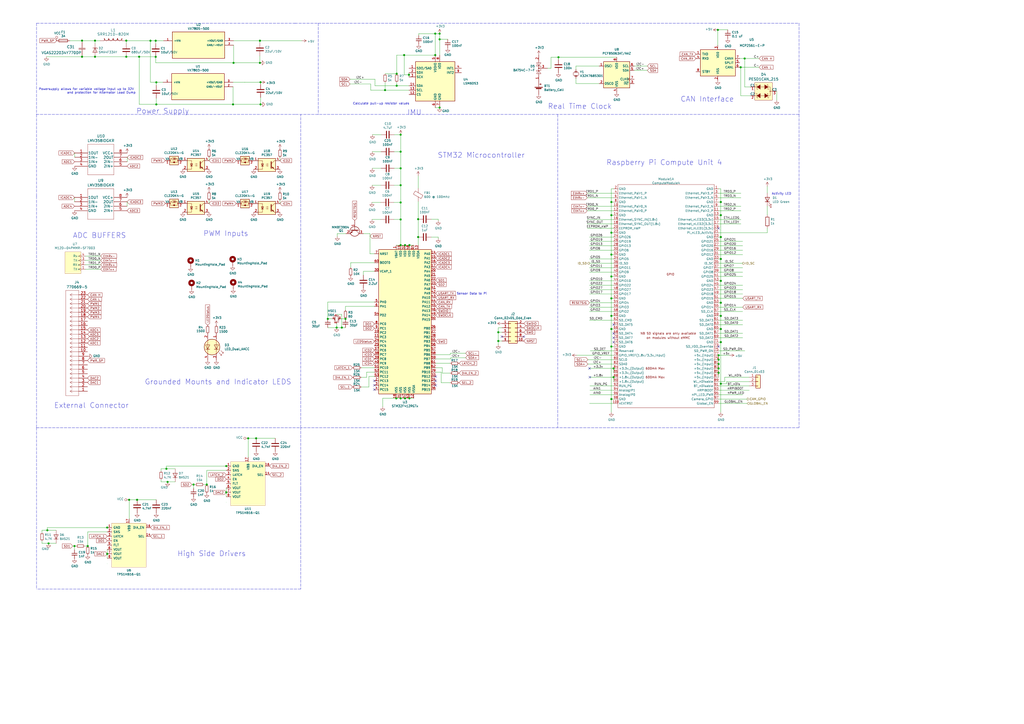
<source format=kicad_sch>
(kicad_sch (version 20210126) (generator eeschema)
  (paper "A2")
  (junction (at 27.4624 307.6052) (diameter 1.016))
  (junction (at 28.1736 315.2252) (diameter 1.016))
  (junction (at 43.2104 316.7492) (diameter 1.016))
  (junction (at 47.5996 23.5712) (diameter 1.016))
  (junction (at 47.5996 32.9184) (diameter 1.016))
  (junction (at 50.8812 316.7492) (diameter 1.016))
  (junction (at 55.118 23.5712) (diameter 1.016))
  (junction (at 55.118 32.9184) (diameter 1.016))
  (junction (at 62.2096 306.0304) (diameter 1.016))
  (junction (at 62.2096 321.2704) (diameter 1.016))
  (junction (at 73.2536 23.5712) (diameter 1.016))
  (junction (at 73.2536 32.9184) (diameter 1.016))
  (junction (at 74.9096 289.9268) (diameter 1.016))
  (junction (at 79.5324 289.9268) (diameter 1.016))
  (junction (at 80.7212 32.9184) (diameter 1.016))
  (junction (at 87.2744 23.622) (diameter 1.016))
  (junction (at 90.3224 23.622) (diameter 1.016))
  (junction (at 90.3224 32.9692) (diameter 1.016))
  (junction (at 90.678 47.752) (diameter 1.016))
  (junction (at 90.678 60.5536) (diameter 1.016))
  (junction (at 96.52 271.9324) (diameter 1.016))
  (junction (at 97.2312 279.5524) (diameter 1.016))
  (junction (at 112.268 281.0764) (diameter 1.016))
  (junction (at 119.9388 281.0764) (diameter 1.016))
  (junction (at 131.2672 270.3576) (diameter 1.016))
  (junction (at 131.2672 285.5976) (diameter 1.016))
  (junction (at 135.1788 60.5536) (diameter 1.016))
  (junction (at 135.4836 36.4744) (diameter 1.016))
  (junction (at 143.9672 254.254) (diameter 1.016))
  (junction (at 148.59 254.254) (diameter 1.016))
  (junction (at 150.7744 23.622) (diameter 1.016))
  (junction (at 150.7744 36.4744) (diameter 1.016))
  (junction (at 151.13 47.7012) (diameter 1.016))
  (junction (at 151.13 60.5536) (diameter 1.016))
  (junction (at 190.1444 184.9628) (diameter 1.016))
  (junction (at 195.2752 190.0428) (diameter 1.016))
  (junction (at 198.2724 190.0428) (diameter 1.016))
  (junction (at 200.406 184.9628) (diameter 1.016))
  (junction (at 223.3676 52.2732) (diameter 1.016))
  (junction (at 229.87 231.0892) (diameter 1.016))
  (junction (at 230.124 42.7736) (diameter 1.016))
  (junction (at 230.124 49.7332) (diameter 1.016))
  (junction (at 232.41 78.1304) (diameter 1.016))
  (junction (at 232.41 87.9856) (diameter 1.016))
  (junction (at 232.41 97.6376) (diameter 1.016))
  (junction (at 232.41 107.442) (diameter 1.016))
  (junction (at 232.41 117.4496) (diameter 1.016))
  (junction (at 232.41 127.3048) (diameter 1.016))
  (junction (at 232.41 142.1892) (diameter 1.016))
  (junction (at 232.41 231.0892) (diameter 1.016))
  (junction (at 234.442 31.9532) (diameter 1.016))
  (junction (at 234.95 142.1892) (diameter 1.016))
  (junction (at 234.95 231.0892) (diameter 1.016))
  (junction (at 237.236 43.3832) (diameter 1.016))
  (junction (at 237.49 142.1892) (diameter 1.016))
  (junction (at 237.49 231.0892) (diameter 1.016))
  (junction (at 242.57 127.1524) (diameter 1.016))
  (junction (at 242.57 137.5156) (diameter 1.016))
  (junction (at 252.476 19.5072) (diameter 1.016))
  (junction (at 252.476 31.9532) (diameter 1.016))
  (junction (at 255.016 19.5072) (diameter 1.016))
  (junction (at 255.016 22.8092) (diameter 1.016))
  (junction (at 255.016 62.4332) (diameter 1.016))
  (junction (at 289.052 192.7352) (diameter 1.016))
  (junction (at 289.052 197.8152) (diameter 1.016))
  (junction (at 323.9516 33.2232) (diameter 1.016))
  (junction (at 354.6348 117.1956) (diameter 1.016))
  (junction (at 354.6348 124.8156) (diameter 1.016))
  (junction (at 354.6348 134.9756) (diameter 1.016))
  (junction (at 354.6348 147.6756) (diameter 1.016))
  (junction (at 354.6348 160.3756) (diameter 1.016))
  (junction (at 354.6348 173.0756) (diameter 1.016))
  (junction (at 354.6348 183.2356) (diameter 1.016))
  (junction (at 354.6348 190.8556) (diameter 1.016))
  (junction (at 354.6348 201.0156) (diameter 1.016))
  (junction (at 354.6348 231.4956) (diameter 1.016))
  (junction (at 355.9048 213.7156) (diameter 1.016))
  (junction (at 355.9048 218.7956) (diameter 1.016))
  (junction (at 416.4076 17.3228) (diameter 1.016))
  (junction (at 416.8648 206.0956) (diameter 1.016))
  (junction (at 416.8648 208.6356) (diameter 1.016))
  (junction (at 416.8648 211.1756) (diameter 1.016))
  (junction (at 416.8648 213.7156) (diameter 1.016))
  (junction (at 416.8648 216.2556) (diameter 1.016))
  (junction (at 418.1348 117.1956) (diameter 1.016))
  (junction (at 418.1348 124.8156) (diameter 1.016))
  (junction (at 418.1348 137.5156) (diameter 1.016))
  (junction (at 418.1348 150.2156) (diameter 1.016))
  (junction (at 418.1348 162.9156) (diameter 1.016))
  (junction (at 418.1348 175.6156) (diameter 1.016))
  (junction (at 418.1348 183.2356) (diameter 1.016))
  (junction (at 418.1348 190.8556) (diameter 1.016))
  (junction (at 418.1348 198.4756) (diameter 1.016))
  (junction (at 418.1348 222.6056) (diameter 1.016))
  (junction (at 429.6664 39.0144) (diameter 1.016))
  (junction (at 431.9524 33.9344) (diameter 1.016))
  (no_connect (at 217.17 220.9292))
  (no_connect (at 217.17 223.4692))
  (no_connect (at 217.17 226.0092))
  (no_connect (at 252.73 218.3892))
  (no_connect (at 252.73 220.9292))
  (no_connect (at 252.73 223.4692))
  (no_connect (at 291.1856 195.2752))
  (no_connect (at 303.8856 195.2752))
  (no_connect (at 341.9348 213.7156))
  (no_connect (at 342.1888 218.7956))
  (no_connect (at 355.9048 188.3156))
  (no_connect (at 355.9048 193.3956))
  (no_connect (at 355.9048 195.9356))
  (no_connect (at 355.9048 198.4756))
  (no_connect (at 416.8648 132.4356))
  (no_connect (at 416.8648 201.0156))
  (wire (pts (xy 24.3636 307.6052) (xy 27.4624 307.6052)))
  (wire (pts (xy 24.3636 308.8752) (xy 24.3636 307.6052)))
  (wire (pts (xy 24.3636 313.9552) (xy 24.3636 315.2252)))
  (wire (pts (xy 24.3636 315.2252) (xy 28.1736 315.2252)))
  (wire (pts (xy 26.924 32.9184) (xy 47.5996 32.9184)))
  (wire (pts (xy 27.4624 306.0304) (xy 27.4624 307.6052)))
  (wire (pts (xy 27.4624 306.0304) (xy 62.2096 306.0304)))
  (wire (pts (xy 27.4624 307.6052) (xy 32.5424 307.6052)))
  (wire (pts (xy 28.1736 315.2252) (xy 32.5424 315.2252)))
  (wire (pts (xy 40.4876 23.5712) (xy 47.5996 23.5712)))
  (wire (pts (xy 42.1944 316.7492) (xy 43.2104 316.7492)))
  (wire (pts (xy 43.2104 316.7492) (xy 43.2104 318.9844)))
  (wire (pts (xy 43.2104 316.7492) (xy 44.1248 316.7492)))
  (wire (pts (xy 43.2308 114.554) (xy 43.2308 117.094)))
  (wire (pts (xy 43.2816 88.7476) (xy 43.2816 91.2876)))
  (wire (pts (xy 47.5996 23.5712) (xy 47.5996 24.4856)))
  (wire (pts (xy 47.5996 32.1056) (xy 47.5996 32.9184)))
  (wire (pts (xy 49.2048 316.7492) (xy 50.8812 316.7492)))
  (wire (pts (xy 49.53 148.5392) (xy 58.3692 148.5392)))
  (wire (pts (xy 49.53 151.0792) (xy 58.3692 151.0792)))
  (wire (pts (xy 49.53 153.6192) (xy 58.3692 153.6192)))
  (wire (pts (xy 49.53 156.1592) (xy 58.3692 156.1592)))
  (wire (pts (xy 50.8812 308.5704) (xy 50.8812 316.7492)))
  (wire (pts (xy 50.8812 308.5704) (xy 62.2096 308.5704)))
  (wire (pts (xy 55.118 23.5712) (xy 47.5996 23.5712)))
  (wire (pts (xy 55.118 23.5712) (xy 55.118 25.2984)))
  (wire (pts (xy 55.118 23.5712) (xy 58.0136 23.5712)))
  (wire (pts (xy 55.118 32.9184) (xy 47.5996 32.9184)))
  (wire (pts (xy 62.2096 306.0304) (xy 62.2604 306.0304)))
  (wire (pts (xy 62.2096 318.7304) (xy 62.2096 321.2704)))
  (wire (pts (xy 62.2096 323.8104) (xy 62.2096 321.2704)))
  (wire (pts (xy 62.2604 306.0304) (xy 62.2756 306.0248)))
  (wire (pts (xy 62.2604 327.0248) (xy 62.2756 327.0248)))
  (wire (pts (xy 73.2536 23.5712) (xy 87.2744 23.5712)))
  (wire (pts (xy 73.2536 25.2984) (xy 73.2536 23.5712)))
  (wire (pts (xy 73.2536 32.9184) (xy 55.118 32.9184)))
  (wire (pts (xy 73.7108 117.094) (xy 73.7108 119.634)))
  (wire (pts (xy 73.7616 91.2876) (xy 73.7616 93.8276)))
  (wire (pts (xy 74.9096 289.9268) (xy 74.9096 300.9504)))
  (wire (pts (xy 74.9096 289.9268) (xy 79.5324 289.9268)))
  (wire (pts (xy 79.5324 289.9268) (xy 90.6068 289.9268)))
  (wire (pts (xy 80.7212 32.9184) (xy 73.2536 32.9184)))
  (wire (pts (xy 80.7212 32.9184) (xy 90.3224 32.9184)))
  (wire (pts (xy 80.7212 60.5536) (xy 80.7212 32.9184)))
  (wire (pts (xy 87.2744 23.5712) (xy 87.2744 23.622)))
  (wire (pts (xy 87.2744 23.622) (xy 87.2744 47.7012)))
  (wire (pts (xy 87.2744 47.7012) (xy 90.678 47.7012)))
  (wire (pts (xy 90.3224 23.622) (xy 87.2744 23.622)))
  (wire (pts (xy 90.3224 23.622) (xy 90.3224 25.3492)))
  (wire (pts (xy 90.3224 32.9184) (xy 90.3224 32.9692)))
  (wire (pts (xy 90.3224 36.4744) (xy 90.3224 32.9692)))
  (wire (pts (xy 90.3224 36.4744) (xy 135.4836 36.4744)))
  (wire (pts (xy 90.678 47.7012) (xy 90.678 47.752)))
  (wire (pts (xy 90.678 47.752) (xy 90.678 49.4284)))
  (wire (pts (xy 90.678 47.752) (xy 94.5388 47.752)))
  (wire (pts (xy 90.678 57.0484) (xy 90.678 60.5536)))
  (wire (pts (xy 90.678 60.5536) (xy 80.7212 60.5536)))
  (wire (pts (xy 93.4212 271.9324) (xy 96.52 271.9324)))
  (wire (pts (xy 93.4212 273.2024) (xy 93.4212 271.9324)))
  (wire (pts (xy 93.4212 278.2824) (xy 93.4212 279.5524)))
  (wire (pts (xy 93.4212 279.5524) (xy 97.2312 279.5524)))
  (wire (pts (xy 94.8436 23.622) (xy 90.3224 23.622)))
  (wire (pts (xy 96.52 270.3576) (xy 96.52 271.9324)))
  (wire (pts (xy 96.52 270.3576) (xy 131.2672 270.3576)))
  (wire (pts (xy 96.52 271.9324) (xy 101.6 271.9324)))
  (wire (pts (xy 97.2312 279.5524) (xy 101.6 279.5524)))
  (wire (pts (xy 111.252 281.0764) (xy 112.268 281.0764)))
  (wire (pts (xy 112.268 281.0764) (xy 112.268 283.3116)))
  (wire (pts (xy 112.268 281.0764) (xy 113.1824 281.0764)))
  (wire (pts (xy 118.2624 281.0764) (xy 119.9388 281.0764)))
  (wire (pts (xy 119.9388 272.8976) (xy 119.9388 281.0764)))
  (wire (pts (xy 119.9388 272.8976) (xy 131.2672 272.8976)))
  (wire (pts (xy 121.2596 91.3384) (xy 121.2596 93.1164)))
  (wire (pts (xy 121.2596 116.2304) (xy 121.2596 118.0084)))
  (wire (pts (xy 131.2672 270.3576) (xy 131.318 270.3576)))
  (wire (pts (xy 131.2672 283.0576) (xy 131.2672 285.5976)))
  (wire (pts (xy 131.2672 288.1376) (xy 131.2672 285.5976)))
  (wire (pts (xy 131.318 270.3576) (xy 131.3332 270.352)))
  (wire (pts (xy 131.318 291.352) (xy 131.3332 291.352)))
  (wire (pts (xy 135.1788 47.752) (xy 141.9352 47.752)))
  (wire (pts (xy 135.1788 50.292) (xy 135.1788 60.5536)))
  (wire (pts (xy 135.1788 60.5536) (xy 90.678 60.5536)))
  (wire (pts (xy 135.1788 60.5536) (xy 151.13 60.5536)))
  (wire (pts (xy 135.4836 23.622) (xy 150.7744 23.622)))
  (wire (pts (xy 135.4836 26.162) (xy 135.4836 36.4744)))
  (wire (pts (xy 135.4836 36.4744) (xy 150.7744 36.4744)))
  (wire (pts (xy 141.9352 47.7012) (xy 151.13 47.7012)))
  (wire (pts (xy 141.9352 47.752) (xy 141.9352 47.7012)))
  (wire (pts (xy 143.9672 254.254) (xy 143.9672 265.2776)))
  (wire (pts (xy 143.9672 254.254) (xy 148.59 254.254)))
  (wire (pts (xy 148.59 254.254) (xy 159.6644 254.254)))
  (wire (pts (xy 150.7744 23.622) (xy 150.7744 24.8412)))
  (wire (pts (xy 150.7744 23.622) (xy 175.1076 23.622)))
  (wire (pts (xy 150.7744 32.4612) (xy 150.7744 36.4744)))
  (wire (pts (xy 151.13 47.7012) (xy 151.13 48.9204)))
  (wire (pts (xy 151.13 56.5404) (xy 151.13 60.5536)))
  (wire (pts (xy 162.4076 91.3892) (xy 162.4076 93.1672)))
  (wire (pts (xy 162.4076 116.2812) (xy 162.4076 118.0592)))
  (wire (pts (xy 190.1444 175.2092) (xy 217.17 175.2092)))
  (wire (pts (xy 190.1444 184.9628) (xy 190.1444 175.2092)))
  (wire (pts (xy 190.1444 184.9628) (xy 192.7352 184.9628)))
  (wire (pts (xy 190.1444 190.0428) (xy 195.2752 190.0428)))
  (wire (pts (xy 195.2752 182.4228) (xy 198.2724 182.4228)))
  (wire (pts (xy 195.2752 187.5028) (xy 195.2752 190.0428)))
  (wire (pts (xy 195.6816 135.4836) (xy 195.6816 137.1092)))
  (wire (pts (xy 197.8152 184.9628) (xy 200.406 184.9628)))
  (wire (pts (xy 198.2724 182.4228) (xy 198.2724 190.0428)))
  (wire (pts (xy 198.2724 190.0428) (xy 195.2752 190.0428)))
  (wire (pts (xy 198.2724 190.0428) (xy 200.406 190.0428)))
  (wire (pts (xy 200.406 177.7492) (xy 200.406 179.8828)))
  (wire (pts (xy 200.406 177.7492) (xy 217.17 177.7492)))
  (wire (pts (xy 200.66 135.4836) (xy 195.6816 135.4836)))
  (wire (pts (xy 203.0476 45.974) (xy 217.5256 45.974)))
  (wire (pts (xy 203.0476 48.7172) (xy 214.9856 48.7172)))
  (wire (pts (xy 203.4032 152.3492) (xy 203.4032 155.194)))
  (wire (pts (xy 209.55 213.3092) (xy 217.17 213.3092)))
  (wire (pts (xy 209.55 218.948) (xy 212.6488 218.948)))
  (wire (pts (xy 209.55 224.4852) (xy 214.0204 224.4852)))
  (wire (pts (xy 210.82 135.4836) (xy 214.63 135.4836)))
  (wire (pts (xy 210.82 157.4292) (xy 210.82 159.5628)))
  (wire (pts (xy 210.82 157.4292) (xy 217.17 157.4292)))
  (wire (pts (xy 212.6488 215.8492) (xy 217.17 215.8492)))
  (wire (pts (xy 212.6488 218.948) (xy 212.6488 215.8492)))
  (wire (pts (xy 214.0204 218.3892) (xy 217.17 218.3892)))
  (wire (pts (xy 214.0204 224.4852) (xy 214.0204 218.3892)))
  (wire (pts (xy 214.63 147.2692) (xy 214.63 135.4836)))
  (wire (pts (xy 214.9856 52.2732) (xy 214.9856 48.7172)))
  (wire (pts (xy 217.17 147.2692) (xy 214.63 147.2692)))
  (wire (pts (xy 217.17 152.3492) (xy 203.4032 152.3492)))
  (wire (pts (xy 217.5256 49.7332) (xy 217.5256 45.974)))
  (wire (pts (xy 220.8276 117.4496) (xy 215.7476 117.4496)))
  (wire (pts (xy 220.8784 127.3048) (xy 215.7984 127.3048)))
  (wire (pts (xy 220.9292 107.442) (xy 215.8492 107.442)))
  (wire (pts (xy 221.0308 87.9856) (xy 215.9508 87.9856)))
  (wire (pts (xy 221.0308 97.6376) (xy 215.9508 97.6376)))
  (wire (pts (xy 221.1324 78.1304) (xy 216.0524 78.1304)))
  (wire (pts (xy 221.996 231.0892) (xy 221.996 235.966)))
  (wire (pts (xy 223.3676 42.7736) (xy 230.124 42.7736)))
  (wire (pts (xy 223.3676 47.8536) (xy 223.3676 52.2732)))
  (wire (pts (xy 223.3676 52.2732) (xy 214.9856 52.2732)))
  (wire (pts (xy 228.4476 117.4496) (xy 232.41 117.4496)))
  (wire (pts (xy 228.4984 127.3048) (xy 232.41 127.3048)))
  (wire (pts (xy 228.5492 107.442) (xy 232.41 107.442)))
  (wire (pts (xy 228.6508 87.9856) (xy 232.41 87.9856)))
  (wire (pts (xy 228.6508 97.6376) (xy 232.41 97.6376)))
  (wire (pts (xy 228.7524 78.1304) (xy 232.41 78.1304)))
  (wire (pts (xy 229.87 142.1892) (xy 232.41 142.1892)))
  (wire (pts (xy 229.87 231.0892) (xy 221.996 231.0892)))
  (wire (pts (xy 230.124 31.9532) (xy 234.442 31.9532)))
  (wire (pts (xy 230.124 42.7736) (xy 230.124 31.9532)))
  (wire (pts (xy 230.124 42.8244) (xy 230.124 42.7736)))
  (wire (pts (xy 230.124 47.8536) (xy 230.124 49.7332)))
  (wire (pts (xy 230.124 49.7332) (xy 217.5256 49.7332)))
  (wire (pts (xy 232.41 87.9856) (xy 232.41 78.1304)))
  (wire (pts (xy 232.41 97.6376) (xy 232.41 87.9856)))
  (wire (pts (xy 232.41 97.6376) (xy 232.41 107.442)))
  (wire (pts (xy 232.41 117.4496) (xy 232.41 107.442)))
  (wire (pts (xy 232.41 117.4496) (xy 232.41 127.3048)))
  (wire (pts (xy 232.41 127.3048) (xy 232.41 142.1892)))
  (wire (pts (xy 232.41 231.0892) (xy 229.87 231.0892)))
  (wire (pts (xy 234.442 31.9532) (xy 252.476 31.9532)))
  (wire (pts (xy 234.442 43.3832) (xy 234.442 31.9532)))
  (wire (pts (xy 234.95 142.1892) (xy 232.41 142.1892)))
  (wire (pts (xy 234.95 142.1892) (xy 237.49 142.1892)))
  (wire (pts (xy 234.95 231.0892) (xy 232.41 231.0892)))
  (wire (pts (xy 234.95 231.0892) (xy 237.49 231.0892)))
  (wire (pts (xy 237.236 42.1132) (xy 237.236 43.3832)))
  (wire (pts (xy 237.236 43.3832) (xy 234.442 43.3832)))
  (wire (pts (xy 237.236 43.3832) (xy 237.236 44.6532)))
  (wire (pts (xy 237.236 49.7332) (xy 230.124 49.7332)))
  (wire (pts (xy 237.236 52.2732) (xy 223.3676 52.2732)))
  (wire (pts (xy 237.49 142.1892) (xy 240.03 142.1892)))
  (wire (pts (xy 237.49 231.0892) (xy 240.03 231.0892)))
  (wire (pts (xy 242.57 102.0064) (xy 242.57 109.22)))
  (wire (pts (xy 242.57 116.84) (xy 242.57 127.1524)))
  (wire (pts (xy 242.57 127.1524) (xy 242.57 137.5156)))
  (wire (pts (xy 242.57 137.5156) (xy 242.57 142.1892)))
  (wire (pts (xy 242.9256 19.5072) (xy 242.9256 20.574)))
  (wire (pts (xy 250.19 127.1524) (xy 254.2032 127.1524)))
  (wire (pts (xy 250.19 137.5156) (xy 254.2032 137.5156)))
  (wire (pts (xy 252.476 19.5072) (xy 242.9256 19.5072)))
  (wire (pts (xy 252.476 31.9532) (xy 252.476 19.5072)))
  (wire (pts (xy 252.476 62.4332) (xy 255.016 62.4332)))
  (wire (pts (xy 252.73 205.6892) (xy 261.2644 205.6892)))
  (wire (pts (xy 252.73 208.2292) (xy 261.5184 208.2292)))
  (wire (pts (xy 252.73 210.7692) (xy 261.2644 210.7692)))
  (wire (pts (xy 252.73 213.3092) (xy 256.54 213.3092)))
  (wire (pts (xy 254.2032 127.1524) (xy 254.2032 128.0668)))
  (wire (pts (xy 254.2032 137.5156) (xy 254.2032 138.43)))
  (wire (pts (xy 255.016 19.5072) (xy 252.476 19.5072)))
  (wire (pts (xy 255.016 19.5072) (xy 255.016 22.8092)))
  (wire (pts (xy 255.016 22.8092) (xy 255.016 31.9532)))
  (wire (pts (xy 255.8796 215.8492) (xy 252.73 215.8492)))
  (wire (pts (xy 255.8796 221.9452) (xy 255.8796 215.8492)))
  (wire (pts (xy 256.54 213.3092) (xy 256.54 216.408)))
  (wire (pts (xy 256.54 216.408) (xy 261.2644 216.408)))
  (wire (pts (xy 259.7404 22.8092) (xy 255.016 22.8092)))
  (wire (pts (xy 261.2644 204.9272) (xy 270.1036 204.9272)))
  (wire (pts (xy 261.2644 205.6892) (xy 261.2644 204.9272)))
  (wire (pts (xy 261.2644 221.9452) (xy 255.8796 221.9452)))
  (wire (pts (xy 261.5184 207.4672) (xy 270.1036 207.4672)))
  (wire (pts (xy 261.5184 208.2292) (xy 261.5184 207.4672)))
  (wire (pts (xy 289.052 190.1952) (xy 289.052 192.7352)))
  (wire (pts (xy 289.052 192.7352) (xy 289.052 197.8152)))
  (wire (pts (xy 289.052 192.7352) (xy 291.1856 192.7352)))
  (wire (pts (xy 289.052 197.8152) (xy 289.052 199.9488)))
  (wire (pts (xy 289.052 197.8152) (xy 291.1856 197.8152)))
  (wire (pts (xy 291.1856 190.1952) (xy 289.052 190.1952)))
  (wire (pts (xy 317.6016 39.5732) (xy 319.6336 39.5732)))
  (wire (pts (xy 319.6336 33.2232) (xy 323.9516 33.2232)))
  (wire (pts (xy 319.6336 39.5732) (xy 319.6336 33.2232)))
  (wire (pts (xy 323.9516 33.2232) (xy 323.9516 34.5186)))
  (wire (pts (xy 323.9516 33.2232) (xy 357.7336 33.2232)))
  (wire (pts (xy 334.1116 38.3032) (xy 334.1116 40.3352)))
  (wire (pts (xy 334.1116 38.3032) (xy 347.5736 38.3032)))
  (wire (pts (xy 334.1116 48.4632) (xy 334.1116 45.4152)))
  (wire (pts (xy 334.5688 206.0956) (xy 355.9048 206.0956)))
  (wire (pts (xy 340.6648 112.1156) (xy 355.9048 112.1156)))
  (wire (pts (xy 340.6648 114.6556) (xy 355.9048 114.6556)))
  (wire (pts (xy 340.6648 119.7356) (xy 355.9048 119.7356)))
  (wire (pts (xy 340.6648 122.2756) (xy 355.9048 122.2756)))
  (wire (pts (xy 340.6648 127.3556) (xy 355.9048 127.3556)))
  (wire (pts (xy 340.6648 129.8956) (xy 355.9048 129.8956)))
  (wire (pts (xy 340.6648 132.4356) (xy 355.9048 132.4356)))
  (wire (pts (xy 341.0204 208.6356) (xy 355.9048 208.6356)))
  (wire (pts (xy 341.0204 211.1756) (xy 355.9048 211.1756)))
  (wire (pts (xy 341.9348 137.5156) (xy 355.9048 137.5156)))
  (wire (pts (xy 341.9348 140.0556) (xy 355.9048 140.0556)))
  (wire (pts (xy 341.9348 142.5956) (xy 355.9048 142.5956)))
  (wire (pts (xy 341.9348 145.1356) (xy 355.9048 145.1356)))
  (wire (pts (xy 341.9348 150.2156) (xy 355.9048 150.2156)))
  (wire (pts (xy 341.9348 152.7556) (xy 355.9048 152.7556)))
  (wire (pts (xy 341.9348 155.2956) (xy 355.9048 155.2956)))
  (wire (pts (xy 341.9348 157.8356) (xy 355.9048 157.8356)))
  (wire (pts (xy 341.9348 162.9156) (xy 355.9048 162.9156)))
  (wire (pts (xy 341.9348 165.4556) (xy 355.9048 165.4556)))
  (wire (pts (xy 341.9348 167.9956) (xy 355.9048 167.9956)))
  (wire (pts (xy 341.9348 170.5356) (xy 355.9048 170.5356)))
  (wire (pts (xy 341.9348 175.6156) (xy 355.9048 175.6156)))
  (wire (pts (xy 341.9348 178.1556) (xy 355.9048 178.1556)))
  (wire (pts (xy 341.9348 180.6956) (xy 355.9048 180.6956)))
  (wire (pts (xy 341.9348 185.7756) (xy 355.9048 185.7756)))
  (wire (pts (xy 341.9348 213.7156) (xy 355.9048 213.7156)))
  (wire (pts (xy 341.9348 234.0356) (xy 355.9048 234.0356)))
  (wire (pts (xy 342.1888 218.7956) (xy 355.9048 218.7956)))
  (wire (pts (xy 342.1888 223.8756) (xy 355.9048 223.8756)))
  (wire (pts (xy 342.1888 226.4156) (xy 355.9048 226.4156)))
  (wire (pts (xy 342.1888 228.9556) (xy 355.9048 228.9556)))
  (wire (pts (xy 342.392 203.5556) (xy 355.9048 203.5556)))
  (wire (pts (xy 347.5736 48.4632) (xy 334.1116 48.4632)))
  (wire (pts (xy 354.6348 109.5756) (xy 354.6348 117.1956)))
  (wire (pts (xy 354.6348 124.8156) (xy 354.6348 117.1956)))
  (wire (pts (xy 354.6348 124.8156) (xy 354.6348 134.9756)))
  (wire (pts (xy 354.6348 134.9756) (xy 355.9048 134.9756)))
  (wire (pts (xy 354.6348 147.6756) (xy 354.6348 134.9756)))
  (wire (pts (xy 354.6348 147.6756) (xy 355.9048 147.6756)))
  (wire (pts (xy 354.6348 160.3756) (xy 354.6348 147.6756)))
  (wire (pts (xy 354.6348 160.3756) (xy 354.6348 173.0756)))
  (wire (pts (xy 354.6348 160.3756) (xy 355.9048 160.3756)))
  (wire (pts (xy 354.6348 173.0756) (xy 355.9048 173.0756)))
  (wire (pts (xy 354.6348 183.2356) (xy 354.6348 173.0756)))
  (wire (pts (xy 354.6348 183.2356) (xy 355.9048 183.2356)))
  (wire (pts (xy 354.6348 190.8556) (xy 354.6348 183.2356)))
  (wire (pts (xy 354.6348 190.8556) (xy 355.9048 190.8556)))
  (wire (pts (xy 354.6348 201.0156) (xy 354.6348 190.8556)))
  (wire (pts (xy 354.6348 201.0156) (xy 354.6348 231.4956)))
  (wire (pts (xy 354.6348 201.0156) (xy 355.9048 201.0156)))
  (wire (pts (xy 354.6348 231.4956) (xy 354.6348 239.1156)))
  (wire (pts (xy 355.9048 109.5756) (xy 354.6348 109.5756)))
  (wire (pts (xy 355.9048 117.1956) (xy 354.6348 117.1956)))
  (wire (pts (xy 355.9048 124.8156) (xy 354.6348 124.8156)))
  (wire (pts (xy 355.9048 216.2556) (xy 355.9048 213.7156)))
  (wire (pts (xy 355.9048 218.7956) (xy 356.1588 218.7956)))
  (wire (pts (xy 355.9048 221.3356) (xy 355.9048 218.7956)))
  (wire (pts (xy 355.9048 231.4956) (xy 354.6348 231.4956)))
  (wire (pts (xy 375.5136 38.3032) (xy 367.8936 38.3032)))
  (wire (pts (xy 375.5136 40.8432) (xy 367.8936 40.8432)))
  (wire (pts (xy 416.4076 17.3228) (xy 416.4076 26.3144)))
  (wire (pts (xy 416.8648 109.5756) (xy 418.1348 109.5756)))
  (wire (pts (xy 416.8648 112.1156) (xy 429.8188 112.1156)))
  (wire (pts (xy 416.8648 114.6556) (xy 429.8188 114.6556)))
  (wire (pts (xy 416.8648 117.1956) (xy 418.1348 117.1956)))
  (wire (pts (xy 416.8648 119.7356) (xy 429.8188 119.7356)))
  (wire (pts (xy 416.8648 122.2756) (xy 429.8188 122.2756)))
  (wire (pts (xy 416.8648 124.8156) (xy 418.1348 124.8156)))
  (wire (pts (xy 416.8648 127.3556) (xy 429.8188 127.3556)))
  (wire (pts (xy 416.8648 129.8956) (xy 429.8188 129.8956)))
  (wire (pts (xy 416.8648 134.9756) (xy 445.1096 134.9756)))
  (wire (pts (xy 416.8648 137.5156) (xy 418.1348 137.5156)))
  (wire (pts (xy 416.8648 140.0556) (xy 430.8348 140.0556)))
  (wire (pts (xy 416.8648 142.5956) (xy 430.8348 142.5956)))
  (wire (pts (xy 416.8648 145.1356) (xy 430.8348 145.1356)))
  (wire (pts (xy 416.8648 147.6756) (xy 430.8348 147.6756)))
  (wire (pts (xy 416.8648 150.2156) (xy 418.1348 150.2156)))
  (wire (pts (xy 416.8648 152.7556) (xy 430.8348 152.7556)))
  (wire (pts (xy 416.8648 155.2956) (xy 430.8348 155.2956)))
  (wire (pts (xy 416.8648 157.8356) (xy 430.8348 157.8356)))
  (wire (pts (xy 416.8648 160.3756) (xy 430.8348 160.3756)))
  (wire (pts (xy 416.8648 162.9156) (xy 418.1348 162.9156)))
  (wire (pts (xy 416.8648 165.4556) (xy 430.8348 165.4556)))
  (wire (pts (xy 416.8648 167.9956) (xy 430.8348 167.9956)))
  (wire (pts (xy 416.8648 170.5356) (xy 430.8348 170.5356)))
  (wire (pts (xy 416.8648 173.0756) (xy 430.8348 173.0756)))
  (wire (pts (xy 416.8648 175.6156) (xy 418.1348 175.6156)))
  (wire (pts (xy 416.8648 178.1556) (xy 430.8348 178.1556)))
  (wire (pts (xy 416.8648 183.2356) (xy 418.1348 183.2356)))
  (wire (pts (xy 416.8648 188.3156) (xy 430.8348 188.3156)))
  (wire (pts (xy 416.8648 190.8556) (xy 418.1348 190.8556)))
  (wire (pts (xy 416.8648 195.9356) (xy 430.8348 195.9356)))
  (wire (pts (xy 416.8648 198.4756) (xy 418.1348 198.4756)))
  (wire (pts (xy 416.8648 203.5556) (xy 432.1048 203.5556)))
  (wire (pts (xy 416.8648 206.0956) (xy 423.2148 206.0956)))
  (wire (pts (xy 416.8648 208.6356) (xy 416.8648 206.0956)))
  (wire (pts (xy 416.8648 211.1756) (xy 416.8648 208.6356)))
  (wire (pts (xy 416.8648 211.1756) (xy 416.8648 213.7156)))
  (wire (pts (xy 416.8648 216.2556) (xy 416.8648 213.7156)))
  (wire (pts (xy 416.8648 216.2556) (xy 416.8648 218.7956)))
  (wire (pts (xy 416.8648 221.3356) (xy 420.4208 221.3356)))
  (wire (pts (xy 416.8648 223.8756) (xy 434.6448 223.8756)))
  (wire (pts (xy 416.8648 226.4156) (xy 434.6448 226.4156)))
  (wire (pts (xy 416.8648 228.9556) (xy 430.8348 228.9556)))
  (wire (pts (xy 416.8648 231.4956) (xy 433.3748 231.4956)))
  (wire (pts (xy 416.8648 234.0356) (xy 433.3748 234.0356)))
  (wire (pts (xy 418.1348 109.5756) (xy 418.1348 117.1956)))
  (wire (pts (xy 418.1348 124.8156) (xy 418.1348 117.1956)))
  (wire (pts (xy 418.1348 137.5156) (xy 418.1348 124.8156)))
  (wire (pts (xy 418.1348 137.5156) (xy 418.1348 150.2156)))
  (wire (pts (xy 418.1348 150.2156) (xy 418.1348 162.9156)))
  (wire (pts (xy 418.1348 175.6156) (xy 418.1348 162.9156)))
  (wire (pts (xy 418.1348 183.2356) (xy 418.1348 175.6156)))
  (wire (pts (xy 418.1348 190.8556) (xy 418.1348 183.2356)))
  (wire (pts (xy 418.1348 198.4756) (xy 418.1348 190.8556)))
  (wire (pts (xy 418.1348 198.4756) (xy 418.1348 222.6056)))
  (wire (pts (xy 418.1348 222.6056) (xy 418.1348 239.1156)))
  (wire (pts (xy 418.1348 222.6056) (xy 421.513 222.6056)))
  (wire (pts (xy 420.4208 218.7956) (xy 434.6448 218.7956)))
  (wire (pts (xy 420.4208 221.3356) (xy 420.4208 218.7956)))
  (wire (pts (xy 421.513 221.3356) (xy 434.6448 221.3356)))
  (wire (pts (xy 421.513 222.6056) (xy 421.513 221.3356)))
  (wire (pts (xy 422.1988 17.3228) (xy 416.4076 17.3228)))
  (wire (pts (xy 429.1076 33.9344) (xy 431.9524 33.9344)))
  (wire (pts (xy 429.1076 39.0144) (xy 429.6664 39.0144)))
  (wire (pts (xy 429.6664 39.0144) (xy 429.6664 55.5244)))
  (wire (pts (xy 429.6664 39.0144) (xy 440.3344 39.0144)))
  (wire (pts (xy 429.6664 55.5244) (xy 435.3052 55.5244)))
  (wire (pts (xy 430.8348 180.6956) (xy 416.8648 180.6956)))
  (wire (pts (xy 430.8348 185.7756) (xy 416.8648 185.7756)))
  (wire (pts (xy 430.8348 193.3956) (xy 416.8648 193.3956)))
  (wire (pts (xy 431.9524 33.9344) (xy 431.9524 50.4444)))
  (wire (pts (xy 431.9524 33.9344) (xy 440.3344 33.9344)))
  (wire (pts (xy 431.9524 50.4444) (xy 435.3052 50.4444)))
  (wire (pts (xy 445.1096 111.9632) (xy 445.1096 108.1532)))
  (wire (pts (xy 445.1096 119.5832) (xy 445.1096 124.6632)))
  (wire (pts (xy 445.1096 132.2832) (xy 445.1096 134.9756)))
  (wire (pts (xy 450.5452 52.9844) (xy 450.5452 58.166)))
  (polyline (pts (xy 21.1836 13.4112) (xy 21.1836 66.3956)) (stroke (width 0) (type dash)))
  (polyline (pts (xy 21.1836 13.4112) (xy 171.2468 13.4112)) (stroke (width 0) (type dash)))
  (polyline (pts (xy 21.1836 66.3956) (xy 21.1836 113.7412)) (stroke (width 0) (type dash)))
  (polyline (pts (xy 21.1836 113.6904) (xy 21.1836 248.0564)) (stroke (width 0) (type dash)))
  (polyline (pts (xy 21.1836 248.0564) (xy 21.1836 341.6808)) (stroke (width 0) (type dash)))
  (polyline (pts (xy 21.1836 248.0564) (xy 174.498 248.0564)) (stroke (width 0) (type dash)))
  (polyline (pts (xy 170.9928 13.4112) (xy 184.5564 13.4112)) (stroke (width 0) (type dash)))
  (polyline (pts (xy 171.2468 66.3956) (xy 21.1836 66.3956)) (stroke (width 0) (type dash)))
  (polyline (pts (xy 174.498 248.0564) (xy 174.498 66.3956)) (stroke (width 0) (type dash)))
  (polyline (pts (xy 174.498 283.718) (xy 174.498 248.0564)) (stroke (width 0) (type dash)))
  (polyline (pts (xy 174.498 283.718) (xy 174.498 341.6808)) (stroke (width 0) (type dash)))
  (polyline (pts (xy 174.498 341.6808) (xy 21.1836 341.6808)) (stroke (width 0) (type dash)))
  (polyline (pts (xy 184.5564 13.4112) (xy 184.5564 66.3956)) (stroke (width 0) (type dash)))
  (polyline (pts (xy 184.5564 13.4112) (xy 463.4992 13.4112)) (stroke (width 0) (type dash)))
  (polyline (pts (xy 184.5564 66.3956) (xy 171.2468 66.3956)) (stroke (width 0) (type dash)))
  (polyline (pts (xy 323.596 66.3956) (xy 323.596 248.0564)) (stroke (width 0) (type dash)))
  (polyline (pts (xy 463.4992 13.4112) (xy 463.4992 66.3956)) (stroke (width 0) (type dash)))
  (polyline (pts (xy 463.4992 66.3956) (xy 184.5564 66.3956)) (stroke (width 0) (type dash)))
  (polyline (pts (xy 463.4992 66.3956) (xy 463.4992 248.0564)) (stroke (width 0) (type dash)))
  (polyline (pts (xy 463.4992 248.0564) (xy 174.498 248.0564)) (stroke (width 0) (type dash)))
  (text "ADC BUFFERS" (at 73.152 138.4808 180) (effects (font (size 3 3)) (justify right bottom)))
  (text "External Connector" (at 74.7268 237.0836 180) (effects (font (size 3 3)) (justify right bottom)))
  (text "Powersupply allows for variable voltage input up to 32V \nand protection for Alternator Load Dump\n" (at 78.6892 54.61 0) (effects (font (size 1.27 1.27)) (justify right bottom)))
  (text "Power Supply" (at 109.728 66.3448 180) (effects (font (size 3 3)) (justify right bottom)))
  (text "High Side Drivers\n" (at 142.6972 323.088 180) (effects (font (size 3 3)) (justify right bottom)))
  (text "PWM Inputs" (at 144.0688 137.3632 180) (effects (font (size 3 3)) (justify right bottom)))
  (text "Grounded Mounts and Indicator LEDS\n" (at 169.0116 223.4184 180) (effects (font (size 3 3)) (justify right bottom)))
  (text "Calculate pull-up resistor values\n" (at 237.49 60.9092 180) (effects (font (size 1.27 1.27)) (justify right bottom)))
  (text "IMU" (at 244.5004 67.1068 180) (effects (font (size 3 3)) (justify right bottom)))
  (text "Sensor Data to Pi\n" (at 282.448 171.196 180) (effects (font (size 1.27 1.27)) (justify right bottom)))
  (text "STM32 Microcontroller\n" (at 304.4952 91.948 180) (effects (font (size 3 3)) (justify right bottom)))
  (text "Real Time Clock" (at 354.9396 63.6016 180) (effects (font (size 3 3)) (justify right bottom)))
  (text "Raspberry Pi Compute Unit 4" (at 418.9476 96.1644 180) (effects (font (size 3 3)) (justify right bottom)))
  (text "CAN Interface" (at 425.8056 59.3852 180) (effects (font (size 3 3)) (justify right bottom)))
  (text "Activity LED" (at 447.6496 113.2332 0) (effects (font (size 1.27 1.27)) (justify left bottom)))
  (label "TRD1_N" (at 58.3692 148.5392 180))
  (label "TRD0_N" (at 58.3692 151.0792 180))
  (label "TRD1_P" (at 58.3692 153.6192 180))
  (label "TRD0_P" (at 58.3692 156.1592 180))
  (label "I2C-" (at 210.1088 48.7172 180))
  (label "I2C+" (at 211.2772 45.974 180))
  (label "I2C+" (at 266.8016 207.4672 180))
  (label "I2C-" (at 267.1064 204.9272 180))
  (label "GPIO_VREF" (at 343.4588 206.0956 0))
  (label "TRD1_P" (at 347.0148 112.1156 180))
  (label "TRD1_N" (at 347.0148 114.6556 180))
  (label "TRD0_N" (at 347.0148 119.7356 180))
  (label "TRD0_P" (at 347.0148 122.2756 180))
  (label "SYNC_IN" (at 348.2848 127.3556 180))
  (label "GPIO6" (at 348.2848 145.1356 180))
  (label "GPIO5" (at 348.2848 150.2156 180))
  (label "ID_SD" (at 348.2848 152.7556 180))
  (label "GPIO9" (at 348.2848 157.8356 180))
  (label "GPIO4" (at 348.2848 175.6156 180))
  (label "GPIO3" (at 348.2848 178.1556 180))
  (label "GPIO2" (at 348.2848 180.6956 180))
  (label "AIN1" (at 348.5388 226.4156 180))
  (label "AIN0" (at 348.5388 228.9556 180))
  (label "I2C+" (at 348.7928 211.1756 180))
  (label "I2C-" (at 349.0976 208.6356 180))
  (label "GPIO26" (at 349.5548 137.5156 180))
  (label "GPIO19" (at 349.5548 140.0556 180))
  (label "GPIO13" (at 349.5548 142.5956 180))
  (label "GPIO11" (at 349.5548 155.2956 180))
  (label "GPIO10" (at 349.5548 162.9156 180))
  (label "GPIO22" (at 349.5548 165.4556 180))
  (label "GPIO27" (at 349.5548 167.9956 180))
  (label "GPIO17" (at 349.5548 170.5356 180))
  (label "SD_CMD" (at 349.5548 185.7756 180))
  (label "SYNC_OUT" (at 349.8088 129.8956 180))
  (label "+3.3v" (at 349.8088 213.7156 180))
  (label "+1.8v" (at 349.8088 218.7956 180))
  (label "SD_DET" (at 351.4598 203.5556 180))
  (label "RUN_PG" (at 352.3488 223.8756 180))
  (label "EEPROM_nWP" (at 352.8568 132.4356 180))
  (label "I2C+" (at 373.634 40.8432 180))
  (label "I2C-" (at 373.7864 38.3032 180))
  (label "SD_PWR_ON" (at 419.4048 203.5556 0))
  (label "TRD3_P" (at 419.6588 112.1156 0))
  (label "TRD3_N" (at 419.6588 114.6556 0))
  (label "TRD2_N" (at 419.6588 119.7356 0))
  (label "TRD2_P" (at 419.6588 122.2756 0))
  (label "ETH_LEDG" (at 419.6588 127.3556 0))
  (label "ETH_LEDY" (at 419.6588 129.8956 0))
  (label "nPWR_LED" (at 421.9448 228.9556 0))
  (label "+5v" (at 423.2148 206.0956 180))
  (label "ID_SC" (at 425.7548 152.7556 180))
  (label "GPIO7" (at 425.7548 155.2956 180))
  (label "GPIO8" (at 425.7548 157.8356 180))
  (label "GPIO21" (at 427.0248 140.0556 180))
  (label "GPIO20" (at 427.0248 142.5956 180))
  (label "GPIO16" (at 427.0248 145.1356 180))
  (label "GPIO12" (at 427.0248 147.6756 180))
  (label "GPIO25" (at 427.0248 160.3756 180))
  (label "GPIO24" (at 427.0248 165.4556 180))
  (label "GPIO23" (at 427.0248 167.9956 180))
  (label "GPIO18" (at 427.0248 170.5356 180))
  (label "GPIO15" (at 427.0248 173.0756 180))
  (label "GPIO14" (at 427.0248 178.1556 180))
  (label "SD_CLK" (at 427.0248 180.6956 180))
  (label "SD_DAT3" (at 428.2948 185.7756 180))
  (label "SD_DAT0" (at 428.2948 188.3156 180))
  (label "SD_DAT1" (at 428.2948 193.3956 180))
  (label "SD_DAT2" (at 428.2948 195.9356 180))
  (label "BT_nDis" (at 429.4124 223.8756 180))
  (label "WL_nDis" (at 430.1998 218.7956 180))
  (label "GLOBAL_EN" (at 430.8348 234.0356 180))
  (label "nRPIBOOT" (at 431.292 226.4156 180))
  (label "C+" (at 440.3344 33.9344 180))
  (label "C-" (at 440.3344 39.0144 180))
  (global_label "PWR_SP" (shape input) (at 32.8676 23.5712 180) (property "Intersheet References" "${INTERSHEET_REFS}" (effects hide)))
  (global_label "SD1" (shape input) (at 42.1944 316.7492 180) (property "Intersheet References" "${INTERSHEET_REFS}" (effects hide)))
  (global_label "ICADC4" (shape input) (at 43.2308 114.554 180) (property "Intersheet References" "${INTERSHEET_REFS}" (effects hide)))
  (global_label "ADC4" (shape input) (at 43.2308 119.634 180) (property "Intersheet References" "${INTERSHEET_REFS}" (effects hide)))
  (global_label "ICADC1" (shape input) (at 43.2816 88.7476 180) (property "Intersheet References" "${INTERSHEET_REFS}" (effects hide)))
  (global_label "ADC1" (shape input) (at 43.2816 93.8276 180) (property "Intersheet References" "${INTERSHEET_REFS}" (effects hide)))
  (global_label "CAN H" (shape input) (at 50.8 171.0436 0) (property "Intersheet References" "${INTERSHEET_REFS}" (effects hide)))
  (global_label "CAN L" (shape input) (at 50.8 173.5836 0) (property "Intersheet References" "${INTERSHEET_REFS}" (effects hide)))
  (global_label "PWM1" (shape input) (at 50.8 176.1236 0) (property "Intersheet References" "${INTERSHEET_REFS}" (effects hide)))
  (global_label "PWM2" (shape input) (at 50.8 178.6636 0) (property "Intersheet References" "${INTERSHEET_REFS}" (effects hide)))
  (global_label "PWM3" (shape input) (at 50.8 181.2036 0) (property "Intersheet References" "${INTERSHEET_REFS}" (effects hide)))
  (global_label "PWM4" (shape input) (at 50.8 183.7436 0) (property "Intersheet References" "${INTERSHEET_REFS}" (effects hide)))
  (global_label "ADC4" (shape input) (at 50.8 191.3636 0) (property "Intersheet References" "${INTERSHEET_REFS}" (effects hide)))
  (global_label "ADC3" (shape input) (at 50.8 193.9036 0) (property "Intersheet References" "${INTERSHEET_REFS}" (effects hide)))
  (global_label "ADC2" (shape input) (at 50.8 196.4436 0) (property "Intersheet References" "${INTERSHEET_REFS}" (effects hide)))
  (global_label "ADC1" (shape input) (at 50.8 198.9836 0) (property "Intersheet References" "${INTERSHEET_REFS}" (effects hide)))
  (global_label "PWR_SP" (shape input) (at 50.8 209.1436 0) (property "Intersheet References" "${INTERSHEET_REFS}" (effects hide)))
  (global_label "DAC2" (shape input) (at 50.8 219.3036 0) (property "Intersheet References" "${INTERSHEET_REFS}" (effects hide)))
  (global_label "DAC1" (shape input) (at 50.8 221.8436 0) (property "Intersheet References" "${INTERSHEET_REFS}" (effects hide)))
  (global_label "EthRx-" (shape input) (at 58.3692 148.5392 0) (property "Intersheet References" "${INTERSHEET_REFS}" (effects hide)))
  (global_label "EthTx-" (shape input) (at 58.3692 151.0792 0) (property "Intersheet References" "${INTERSHEET_REFS}" (effects hide)))
  (global_label "EthRx+" (shape input) (at 58.3692 153.6192 0) (property "Intersheet References" "${INTERSHEET_REFS}" (effects hide)))
  (global_label "EthTx+" (shape input) (at 58.3692 156.1592 0) (property "Intersheet References" "${INTERSHEET_REFS}" (effects hide)))
  (global_label "LATCH_1" (shape input) (at 62.2096 311.1104 180) (property "Intersheet References" "${INTERSHEET_REFS}" (effects hide)))
  (global_label "DO1" (shape input) (at 62.2096 313.6504 180) (property "Intersheet References" "${INTERSHEET_REFS}" (effects hide)))
  (global_label "DAC1" (shape input) (at 62.2096 321.2704 180) (property "Intersheet References" "${INTERSHEET_REFS}" (effects hide)))
  (global_label "ICADC3" (shape input) (at 73.7108 117.094 0) (property "Intersheet References" "${INTERSHEET_REFS}" (effects hide)))
  (global_label "ADC3" (shape input) (at 73.7108 122.174 0) (property "Intersheet References" "${INTERSHEET_REFS}" (effects hide)))
  (global_label "ICADC2" (shape input) (at 73.7616 91.2876 0) (property "Intersheet References" "${INTERSHEET_REFS}" (effects hide)))
  (global_label "ADC2" (shape input) (at 73.7616 96.3676 0) (property "Intersheet References" "${INTERSHEET_REFS}" (effects hide)))
  (global_label "DIA_EN_1" (shape input) (at 87.2896 306.0304 0) (property "Intersheet References" "${INTERSHEET_REFS}" (effects hide)))
  (global_label "SEL_1" (shape input) (at 87.2896 311.1104 0) (property "Intersheet References" "${INTERSHEET_REFS}" (effects hide)))
  (global_label "PWM1" (shape input) (at 95.8596 93.1164 180) (property "Intersheet References" "${INTERSHEET_REFS}" (effects hide)))
  (global_label "PWM3" (shape input) (at 95.8596 118.0084 180) (property "Intersheet References" "${INTERSHEET_REFS}" (effects hide)))
  (global_label "SD2" (shape input) (at 111.252 281.0764 180) (property "Intersheet References" "${INTERSHEET_REFS}" (effects hide)))
  (global_label "LEDStatus" (shape input) (at 120.4468 188.6204 90) (property "Intersheet References" "${INTERSHEET_REFS}" (effects hide)))
  (global_label "ICD1" (shape input) (at 121.2596 93.1164 0) (property "Intersheet References" "${INTERSHEET_REFS}" (effects hide)))
  (global_label "ICD3" (shape input) (at 121.2596 118.0084 0) (property "Intersheet References" "${INTERSHEET_REFS}" (effects hide)))
  (global_label "LATCH_2" (shape input) (at 131.2672 275.4376 180) (property "Intersheet References" "${INTERSHEET_REFS}" (effects hide)))
  (global_label "DO2" (shape input) (at 131.2672 277.9776 180) (property "Intersheet References" "${INTERSHEET_REFS}" (effects hide)))
  (global_label "DAC2" (shape input) (at 131.2672 285.5976 180) (property "Intersheet References" "${INTERSHEET_REFS}" (effects hide)))
  (global_label "PWM2" (shape input) (at 137.0076 93.1672 180) (property "Intersheet References" "${INTERSHEET_REFS}" (effects hide)))
  (global_label "PWM4" (shape input) (at 137.0076 118.0592 180) (property "Intersheet References" "${INTERSHEET_REFS}" (effects hide)))
  (global_label "DIA_EN_2" (shape input) (at 156.3472 270.3576 0) (property "Intersheet References" "${INTERSHEET_REFS}" (effects hide)))
  (global_label "SEL_2" (shape input) (at 156.3472 275.4376 0) (property "Intersheet References" "${INTERSHEET_REFS}" (effects hide)))
  (global_label "ICD2" (shape input) (at 162.4076 93.1672 0) (property "Intersheet References" "${INTERSHEET_REFS}" (effects hide)))
  (global_label "ICD4" (shape input) (at 162.4076 118.0592 0) (property "Intersheet References" "${INTERSHEET_REFS}" (effects hide)))
  (global_label "SDA" (shape input) (at 203.0476 45.974 180) (property "Intersheet References" "${INTERSHEET_REFS}" (effects hide)))
  (global_label "SCL" (shape input) (at 203.0476 48.7172 180) (property "Intersheet References" "${INTERSHEET_REFS}" (effects hide)))
  (global_label "LATCH_1" (shape input) (at 204.47 213.3092 180) (property "Intersheet References" "${INTERSHEET_REFS}" (effects hide)))
  (global_label "DIA_EN_1" (shape input) (at 204.47 218.948 180) (property "Intersheet References" "${INTERSHEET_REFS}" (effects hide)))
  (global_label "SEL_1" (shape input) (at 204.47 224.4852 180) (property "Intersheet References" "${INTERSHEET_REFS}" (effects hide)))
  (global_label "RESETSIG" (shape input) (at 205.74 127.8636 90) (property "Intersheet References" "${INTERSHEET_REFS}" (effects hide)))
  (global_label "NRST" (shape input) (at 214.63 136.9568 0) (property "Intersheet References" "${INTERSHEET_REFS}" (effects hide)))
  (global_label "DO1" (shape input) (at 217.17 187.9092 180) (property "Intersheet References" "${INTERSHEET_REFS}" (effects hide)))
  (global_label "DO2" (shape input) (at 217.17 190.4492 180) (property "Intersheet References" "${INTERSHEET_REFS}" (effects hide)))
  (global_label "LEDStatus" (shape input) (at 217.17 198.0692 180) (property "Intersheet References" "${INTERSHEET_REFS}" (effects hide)))
  (global_label "ICD2" (shape input) (at 217.17 203.1492 180) (property "Intersheet References" "${INTERSHEET_REFS}" (effects hide)))
  (global_label "ICD3" (shape input) (at 217.17 205.6892 180) (property "Intersheet References" "${INTERSHEET_REFS}" (effects hide)))
  (global_label "ICD1" (shape input) (at 217.17 208.2292 180) (property "Intersheet References" "${INTERSHEET_REFS}" (effects hide)))
  (global_label "ICD4" (shape input) (at 217.17 210.7692 180) (property "Intersheet References" "${INTERSHEET_REFS}" (effects hide)))
  (global_label "ICADC1" (shape input) (at 252.73 147.2692 0) (property "Intersheet References" "${INTERSHEET_REFS}" (effects hide)))
  (global_label "ICADC2" (shape input) (at 252.73 149.8092 0) (property "Intersheet References" "${INTERSHEET_REFS}" (effects hide)))
  (global_label "ICADC3" (shape input) (at 252.73 152.3492 0) (property "Intersheet References" "${INTERSHEET_REFS}" (effects hide)))
  (global_label "ICADC4" (shape input) (at 252.73 154.8892 0) (property "Intersheet References" "${INTERSHEET_REFS}" (effects hide)))
  (global_label "SD1" (shape input) (at 252.73 162.5092 0) (property "Intersheet References" "${INTERSHEET_REFS}" (effects hide)))
  (global_label "SD2" (shape input) (at 252.73 165.0492 0) (property "Intersheet References" "${INTERSHEET_REFS}" (effects hide)))
  (global_label "USART_TX" (shape input) (at 252.73 170.1292 0) (property "Intersheet References" "${INTERSHEET_REFS}" (effects hide)))
  (global_label "USART_RX" (shape input) (at 252.73 172.6692 0) (property "Intersheet References" "${INTERSHEET_REFS}" (effects hide)))
  (global_label "CAN_RX" (shape input) (at 252.73 175.2092 0) (property "Intersheet References" "${INTERSHEET_REFS}" (effects hide)))
  (global_label "CAN_TX" (shape input) (at 252.73 177.7492 0) (property "Intersheet References" "${INTERSHEET_REFS}" (effects hide)))
  (global_label "SWDIO" (shape input) (at 252.73 180.2892 0) (property "Intersheet References" "${INTERSHEET_REFS}" (effects hide)))
  (global_label "SWDCLK" (shape input) (at 252.73 182.8292 0) (property "Intersheet References" "${INTERSHEET_REFS}" (effects hide)))
  (global_label "SWO" (shape input) (at 252.73 198.0692 0) (property "Intersheet References" "${INTERSHEET_REFS}" (effects hide)))
  (global_label "LATCH_2" (shape input) (at 266.3444 210.7692 0) (property "Intersheet References" "${INTERSHEET_REFS}" (effects hide)))
  (global_label "DIA_EN_2" (shape input) (at 266.3444 216.408 0) (property "Intersheet References" "${INTERSHEET_REFS}" (effects hide)))
  (global_label "SEL_2" (shape input) (at 266.3444 221.9452 0) (property "Intersheet References" "${INTERSHEET_REFS}" (effects hide)))
  (global_label "SCL-" (shape input) (at 270.1036 204.9272 0) (property "Intersheet References" "${INTERSHEET_REFS}" (effects hide)))
  (global_label "SDA+" (shape input) (at 270.1036 207.4672 0) (property "Intersheet References" "${INTERSHEET_REFS}" (effects hide)))
  (global_label "SWDIO" (shape input) (at 303.8856 187.6552 0) (property "Intersheet References" "${INTERSHEET_REFS}" (effects hide)))
  (global_label "SWDCLK" (shape input) (at 303.8856 190.1952 0) (property "Intersheet References" "${INTERSHEET_REFS}" (effects hide)))
  (global_label "SWO" (shape input) (at 303.8856 192.7352 0) (property "Intersheet References" "${INTERSHEET_REFS}" (effects hide)))
  (global_label "NRST" (shape input) (at 303.8856 197.8152 0) (property "Intersheet References" "${INTERSHEET_REFS}" (effects hide)))
  (global_label "EthRx+" (shape input) (at 340.6648 112.1156 180) (property "Intersheet References" "${INTERSHEET_REFS}" (effects hide)))
  (global_label "EthRx-" (shape input) (at 340.6648 114.6556 180) (property "Intersheet References" "${INTERSHEET_REFS}" (effects hide)))
  (global_label "EthTx-" (shape input) (at 340.6648 119.7356 180) (property "Intersheet References" "${INTERSHEET_REFS}" (effects hide)))
  (global_label "EthTx+" (shape input) (at 340.6648 122.2756 180) (property "Intersheet References" "${INTERSHEET_REFS}" (effects hide)))
  (global_label "SCL-" (shape input) (at 341.0204 208.6356 180) (property "Intersheet References" "${INTERSHEET_REFS}" (effects hide)))
  (global_label "SDA+" (shape input) (at 341.0204 211.1756 180) (property "Intersheet References" "${INTERSHEET_REFS}" (effects hide)))
  (global_label "RESETSIG" (shape input) (at 341.9348 175.6156 180) (property "Intersheet References" "${INTERSHEET_REFS}" (effects hide)))
  (global_label "SCL" (shape input) (at 375.5136 38.3032 0) (property "Intersheet References" "${INTERSHEET_REFS}" (effects hide)))
  (global_label "SDA" (shape input) (at 375.5136 40.8432 0) (property "Intersheet References" "${INTERSHEET_REFS}" (effects hide)))
  (global_label "CAN_TX" (shape input) (at 403.7076 31.3944 180) (property "Intersheet References" "${INTERSHEET_REFS}" (effects hide)))
  (global_label "CAN_RX" (shape input) (at 403.7076 33.9344 180) (property "Intersheet References" "${INTERSHEET_REFS}" (effects hide)))
  (global_label "USART_TX" (shape input) (at 430.8348 173.0756 0) (property "Intersheet References" "${INTERSHEET_REFS}" (effects hide)))
  (global_label "USART_RX" (shape input) (at 430.8348 178.1556 0) (property "Intersheet References" "${INTERSHEET_REFS}" (effects hide)))
  (global_label "CAN H" (shape input) (at 440.3344 33.9344 0) (property "Intersheet References" "${INTERSHEET_REFS}" (effects hide)))
  (global_label "CAN L" (shape input) (at 440.3344 39.0144 0) (property "Intersheet References" "${INTERSHEET_REFS}" (effects hide)))
  (hierarchical_label "ID_SD" (shape output) (at 341.9348 152.7556 180))
  (hierarchical_label "ID_SC" (shape output) (at 430.8348 152.7556 0))
  (hierarchical_label "CAM_GPIO" (shape output) (at 433.3748 231.4956 0))
  (hierarchical_label "GLOBAL_EN" (shape input) (at 433.3748 234.0356 0))
  (symbol (lib_id "power:VCC") (at 32.8676 23.5712 0) (unit 1)
    (property "Reference" "#PWR01" (effects hide))
    (property "Value" "VCC" (at 33.2994 19.2468 0))
  )
  (symbol (lib_id "power:VCC") (at 74.9096 289.9268 90) (unit 1)
    (property "Reference" "#PWR047" (effects hide))
    (property "Value" "VCC" (at 71.7345 289.495 90) (effects (justify left)))
  )
  (symbol (lib_id "power:VCC") (at 143.9672 254.254 90) (unit 1)
    (property "Reference" "#PWR045" (effects hide))
    (property "Value" "VCC" (at 140.7921 253.8222 90) (effects (justify left)))
  )
  (symbol (lib_id "power:+3.3V") (at 73.7108 114.554 0) (unit 1)
    (property "Reference" "#PWR048" (effects hide))
    (property "Value" "+3.3V" (at 74.0791 110.2296 0))
  )
  (symbol (lib_id "power:+3.3V") (at 73.7616 88.7476 0) (unit 1)
    (property "Reference" "#PWR051" (effects hide))
    (property "Value" "+3.3V" (at 74.1299 84.4232 0))
  )
  (symbol (lib_id "power:+3.3V") (at 121.2596 86.2584 0) (unit 1)
    (property "Reference" "#PWR0120" (effects hide))
    (property "Value" "+3.3V" (at 121.6279 81.934 0))
  )
  (symbol (lib_id "power:+3.3V") (at 121.2596 111.1504 0) (unit 1)
    (property "Reference" "#PWR0110" (effects hide))
    (property "Value" "+3.3V" (at 121.6279 106.826 0))
  )
  (symbol (lib_id "power:+3.3V") (at 125.5268 188.6204 0) (unit 1)
    (property "Reference" "#PWR020" (effects hide))
    (property "Value" "+3.3V" (at 125.8951 184.296 0))
  )
  (symbol (lib_id "power:+3.3V") (at 151.13 47.7012 270) (unit 1)
    (property "Reference" "#PWR019" (effects hide))
    (property "Value" "+3.3V" (at 154.3051 48.0695 90) (effects (justify left)))
  )
  (symbol (lib_id "power:+3.3V") (at 162.4076 86.3092 0) (unit 1)
    (property "Reference" "#PWR0105" (effects hide))
    (property "Value" "+3.3V" (at 162.7759 81.9848 0))
  )
  (symbol (lib_id "power:+3.3V") (at 162.4076 111.2012 0) (unit 1)
    (property "Reference" "#PWR0111" (effects hide))
    (property "Value" "+3.3V" (at 162.7759 106.8768 0))
  )
  (symbol (lib_id "power:+5V") (at 175.1076 23.622 270) (unit 1)
    (property "Reference" "#PWR022" (effects hide))
    (property "Value" "+5V" (at 178.2827 23.9903 90) (effects (justify left)))
  )
  (symbol (lib_id "power:+3.3V") (at 232.41 78.1304 0) (unit 1)
    (property "Reference" "#PWR017" (effects hide))
    (property "Value" "+3.3V" (at 232.7783 73.806 0))
  )
  (symbol (lib_id "power:+3.3V") (at 242.57 102.0064 0) (unit 1)
    (property "Reference" "#PWR018" (effects hide))
    (property "Value" "+3.3V" (at 242.9383 97.682 0))
  )
  (symbol (lib_id "power:+3.3V") (at 255.016 19.5072 0) (unit 1)
    (property "Reference" "#PWR027" (effects hide))
    (property "Value" "+3.3V" (at 255.3843 15.1828 0))
  )
  (symbol (lib_id "power:+3.3V") (at 291.1856 187.6552 90) (unit 1)
    (property "Reference" "#PWR072" (effects hide))
    (property "Value" "+3.3V" (at 288.0105 187.2869 90) (effects (justify left)))
  )
  (symbol (lib_id "power:+3.3V") (at 312.5216 31.9532 0) (unit 1)
    (property "Reference" "#PWR021" (effects hide))
    (property "Value" "+3.3V" (at 312.8899 27.6288 0))
  )
  (symbol (lib_id "power:+3.3V") (at 334.5688 206.0956 90) (unit 1)
    (property "Reference" "#PWR030" (effects hide))
    (property "Value" "+3.3V" (at 331.3937 205.7273 90) (effects (justify left)))
  )
  (symbol (lib_id "power:+5V") (at 416.4076 17.3228 90) (unit 1)
    (property "Reference" "#PWR023" (effects hide))
    (property "Value" "+5V" (at 413.2326 16.9545 90) (effects (justify left)))
  )
  (symbol (lib_id "power:+5V") (at 423.2148 206.0956 270) (unit 1)
    (property "Reference" "#PWR031" (effects hide))
    (property "Value" "+5V" (at 426.3899 206.4639 90) (effects (justify left)))
  )
  (symbol (lib_id "power:+3.3V") (at 445.1096 108.1532 0) (unit 1)
    (property "Reference" "#PWR0114" (effects hide))
    (property "Value" "+3.3V" (at 445.4779 103.8288 0))
  )
  (symbol (lib_id "power:GND") (at 26.924 32.9184 0) (unit 1)
    (property "Reference" "#PWR02" (effects hide))
    (property "Value" "GND" (at 27.0383 37.2428 0))
  )
  (symbol (lib_id "power:GND") (at 28.1736 315.2252 0) (unit 1)
    (property "Reference" "#PWR044" (effects hide))
    (property "Value" "GND" (at 28.2879 318.4002 0) (effects (justify right)))
  )
  (symbol (lib_id "power:GND") (at 43.2104 324.0644 0) (unit 1)
    (property "Reference" "#PWR039" (effects hide))
    (property "Value" "GND" (at 43.3247 328.3888 0))
  )
  (symbol (lib_id "power:GND") (at 43.2308 122.174 0) (unit 1)
    (property "Reference" "#PWR041" (effects hide))
    (property "Value" "GND" (at 43.3451 126.4984 0))
  )
  (symbol (lib_id "power:GND") (at 43.2816 96.3676 0) (unit 1)
    (property "Reference" "#PWR042" (effects hide))
    (property "Value" "GND" (at 43.3959 100.692 0))
  )
  (symbol (lib_id "power:GND") (at 50.8 206.6036 90) (unit 1)
    (property "Reference" "#PWR036" (effects hide))
    (property "Value" "GND" (at 53.9751 206.4893 90) (effects (justify right)))
  )
  (symbol (lib_id "power:GND") (at 50.8812 321.8292 0) (unit 1)
    (property "Reference" "#PWR043" (effects hide))
    (property "Value" "GND" (at 50.9955 326.1536 0))
  )
  (symbol (lib_id "power:GND") (at 79.5324 297.5468 0) (unit 1)
    (property "Reference" "#PWR049" (effects hide))
    (property "Value" "GND" (at 79.6467 301.8712 0))
  )
  (symbol (lib_id "power:GND") (at 90.6068 297.5468 0) (unit 1)
    (property "Reference" "#PWR0115" (effects hide))
    (property "Value" "GND" (at 90.7211 301.8712 0))
  )
  (symbol (lib_id "power:GND") (at 97.2312 279.5524 0) (unit 1)
    (property "Reference" "#PWR037" (effects hide))
    (property "Value" "GND" (at 97.3455 282.7274 0) (effects (justify right)))
  )
  (symbol (lib_id "power:GND") (at 106.0196 98.1964 0) (unit 1)
    (property "Reference" "#PWR0112" (effects hide))
    (property "Value" "GND" (at 106.1339 102.5208 0))
  )
  (symbol (lib_id "power:GND") (at 106.0196 123.0884 0) (unit 1)
    (property "Reference" "#PWR0107" (effects hide))
    (property "Value" "GND" (at 106.1339 127.4128 0))
  )
  (symbol (lib_id "power:GND") (at 110.5916 154.94 0) (unit 1)
    (property "Reference" "#PWR067" (effects hide))
    (property "Value" "GND" (at 110.7059 159.2644 0))
  )
  (symbol (lib_id "power:GND") (at 111.1504 167.9448 0) (unit 1)
    (property "Reference" "#PWR068" (effects hide))
    (property "Value" "GND" (at 111.2647 172.2692 0))
  )
  (symbol (lib_id "power:GND") (at 112.268 288.3916 0) (unit 1)
    (property "Reference" "#PWR038" (effects hide))
    (property "Value" "GND" (at 112.3823 292.716 0))
  )
  (symbol (lib_id "power:GND") (at 119.9388 286.1564 0) (unit 1)
    (property "Reference" "#PWR040" (effects hide))
    (property "Value" "GND" (at 120.0531 290.4808 0))
  )
  (symbol (lib_id "power:GND") (at 120.4468 208.9404 0) (unit 1)
    (property "Reference" "#PWR08" (effects hide))
    (property "Value" "GND" (at 120.5611 213.2648 0))
  )
  (symbol (lib_id "power:GND") (at 121.2596 98.1964 0) (unit 1)
    (property "Reference" "#PWR0113" (effects hide))
    (property "Value" "GND" (at 121.3739 102.5208 0))
  )
  (symbol (lib_id "power:GND") (at 121.2596 123.0884 0) (unit 1)
    (property "Reference" "#PWR0109" (effects hide))
    (property "Value" "GND" (at 121.3739 127.4128 0))
  )
  (symbol (lib_id "power:GND") (at 125.5268 208.9404 0) (unit 1)
    (property "Reference" "#PWR066" (effects hide))
    (property "Value" "GND" (at 125.6411 213.2648 0))
  )
  (symbol (lib_id "power:GND") (at 134.9756 154.178 0) (unit 1)
    (property "Reference" "#PWR069" (effects hide))
    (property "Value" "GND" (at 135.0899 158.5024 0))
  )
  (symbol (lib_id "power:GND") (at 135.2804 167.5892 0) (unit 1)
    (property "Reference" "#PWR070" (effects hide))
    (property "Value" "GND" (at 135.3947 171.9136 0))
  )
  (symbol (lib_id "power:GND") (at 147.1676 98.2472 0) (unit 1)
    (property "Reference" "#PWR0121" (effects hide))
    (property "Value" "GND" (at 147.2819 102.5716 0))
  )
  (symbol (lib_id "power:GND") (at 147.1676 123.1392 0) (unit 1)
    (property "Reference" "#PWR0108" (effects hide))
    (property "Value" "GND" (at 147.2819 127.4636 0))
  )
  (symbol (lib_id "power:GND") (at 148.59 261.874 0) (unit 1)
    (property "Reference" "#PWR046" (effects hide))
    (property "Value" "GND" (at 148.7043 266.1984 0))
  )
  (symbol (lib_id "power:GND") (at 150.7744 36.4744 90) (unit 1)
    (property "Reference" "#PWR05" (effects hide))
    (property "Value" "GND" (at 153.9495 36.3601 90) (effects (justify right)))
  )
  (symbol (lib_id "power:GND") (at 151.13 60.5536 90) (unit 1)
    (property "Reference" "#PWR06" (effects hide))
    (property "Value" "GND" (at 154.3051 60.4393 90) (effects (justify right)))
  )
  (symbol (lib_id "power:GND") (at 159.6644 261.874 0) (unit 1)
    (property "Reference" "#PWR050" (effects hide))
    (property "Value" "GND" (at 159.7787 266.1984 0))
  )
  (symbol (lib_id "power:GND") (at 162.4076 98.2472 0) (unit 1)
    (property "Reference" "#PWR0106" (effects hide))
    (property "Value" "GND" (at 162.5219 102.5716 0))
  )
  (symbol (lib_id "power:GND") (at 162.4076 123.1392 0) (unit 1)
    (property "Reference" "#PWR0102" (effects hide))
    (property "Value" "GND" (at 162.5219 127.4636 0))
  )
  (symbol (lib_id "power:GND") (at 195.2752 190.0428 0) (unit 1)
    (property "Reference" "#PWR07" (effects hide))
    (property "Value" "GND" (at 195.3895 194.3672 0))
  )
  (symbol (lib_id "power:GND") (at 195.6816 137.1092 0) (unit 1)
    (property "Reference" "#PWR032" (effects hide))
    (property "Value" "GND" (at 195.7959 141.4336 0))
  )
  (symbol (lib_id "power:GND") (at 203.4032 160.274 0) (unit 1)
    (property "Reference" "#PWR014" (effects hide))
    (property "Value" "GND" (at 203.5175 164.5984 0))
  )
  (symbol (lib_id "power:GND") (at 210.82 167.1828 0) (unit 1)
    (property "Reference" "#PWR015" (effects hide))
    (property "Value" "GND" (at 210.9343 171.5072 0))
  )
  (symbol (lib_id "power:GND") (at 215.7476 117.4496 0) (unit 1)
    (property "Reference" "#PWR09" (effects hide))
    (property "Value" "GND" (at 215.8619 121.774 0))
  )
  (symbol (lib_id "power:GND") (at 215.7984 127.3048 0) (unit 1)
    (property "Reference" "#PWR010" (effects hide))
    (property "Value" "GND" (at 215.9127 131.6292 0))
  )
  (symbol (lib_id "power:GND") (at 215.8492 107.442 0) (unit 1)
    (property "Reference" "#PWR011" (effects hide))
    (property "Value" "GND" (at 215.9635 111.7664 0))
  )
  (symbol (lib_id "power:GND") (at 215.9508 87.9856 0) (unit 1)
    (property "Reference" "#PWR052" (effects hide))
    (property "Value" "GND" (at 216.0651 92.31 0))
  )
  (symbol (lib_id "power:GND") (at 215.9508 97.6376 0) (unit 1)
    (property "Reference" "#PWR012" (effects hide))
    (property "Value" "GND" (at 216.0651 101.962 0))
  )
  (symbol (lib_id "power:GND") (at 216.0524 78.1304 0) (unit 1)
    (property "Reference" "#PWR013" (effects hide))
    (property "Value" "GND" (at 216.1667 82.4548 0))
  )
  (symbol (lib_id "power:GND") (at 221.996 235.966 0) (unit 1)
    (property "Reference" "#PWR016" (effects hide))
    (property "Value" "GND" (at 222.1103 240.2904 0))
  )
  (symbol (lib_id "power:GND") (at 242.9256 25.654 0) (unit 1)
    (property "Reference" "#PWR026" (effects hide))
    (property "Value" "GND" (at 242.9383 29.572 0))
  )
  (symbol (lib_id "power:GND") (at 254.2032 128.0668 0) (unit 1)
    (property "Reference" "#PWR0103" (effects hide))
    (property "Value" "GND" (at 254.3175 132.3912 0))
  )
  (symbol (lib_id "power:GND") (at 254.2032 138.43 0) (unit 1)
    (property "Reference" "#PWR0104" (effects hide))
    (property "Value" "GND" (at 254.3175 142.7544 0))
  )
  (symbol (lib_id "power:GND") (at 255.016 62.4332 0) (unit 1)
    (property "Reference" "#PWR028" (effects hide))
    (property "Value" "GND" (at 258.5339 64.37 0))
  )
  (symbol (lib_id "power:GND") (at 259.7404 27.8892 0) (unit 1)
    (property "Reference" "#PWR029" (effects hide))
    (property "Value" "GND" (at 259.7531 31.8072 0))
  )
  (symbol (lib_id "power:GND") (at 289.052 199.9488 0) (unit 1)
    (property "Reference" "#PWR071" (effects hide))
    (property "Value" "GND" (at 289.1663 204.2732 0))
  )
  (symbol (lib_id "power:GND") (at 312.5216 54.8132 0) (unit 1)
    (property "Reference" "#PWR034" (effects hide))
    (property "Value" "GND" (at 312.6486 59.2074 0))
  )
  (symbol (lib_id "power:GND") (at 323.9516 42.1386 0) (unit 1)
    (property "Reference" "#PWR035" (effects hide))
    (property "Value" "GND" (at 324.0786 46.5328 0))
  )
  (symbol (lib_id "power:GND") (at 354.6348 239.1156 0) (unit 1)
    (property "Reference" "#PWR03" (effects hide))
    (property "Value" "GND" (at 354.7618 243.5098 0))
  )
  (symbol (lib_id "power:GND") (at 357.7336 53.5432 0) (unit 1)
    (property "Reference" "#PWR0101" (effects hide))
    (property "Value" "GND" (at 357.8479 57.8676 0))
  )
  (symbol (lib_id "power:GND") (at 416.4076 46.6344 0) (unit 1)
    (property "Reference" "#PWR024" (effects hide))
    (property "Value" "GND" (at 416.5219 50.9588 0))
  )
  (symbol (lib_id "power:GND") (at 418.1348 239.1156 0) (unit 1)
    (property "Reference" "#PWR04" (effects hide))
    (property "Value" "GND" (at 418.2618 243.5098 0))
  )
  (symbol (lib_id "power:GND") (at 422.1988 22.4028 0) (unit 1)
    (property "Reference" "#PWR025" (effects hide))
    (property "Value" "GND" (at 422.3131 26.7272 0))
  )
  (symbol (lib_id "power:GND") (at 450.5452 58.166 0) (unit 1)
    (property "Reference" "#PWR033" (effects hide))
    (property "Value" "GND" (at 450.6595 62.4904 0))
  )
  (symbol (lib_id "Device:R_Small") (at 24.3636 311.4152 0) (unit 1)
    (property "Reference" "R11" (at 25.8623 310.2658 0) (effects (justify left)))
    (property "Value" "4.7K" (at 25.8624 312.5644 0) (effects (justify left)))
    (property "Footprint" "RESC2012X60N" (effects hide))
    (property "Supplier" "Digikey" (effects hide))
    (property "Part No." "RC0805JR-074K7L" (effects hide))
  )
  (symbol (lib_id "Device:R_Small") (at 46.6648 316.7492 90) (unit 1)
    (property "Reference" "R13" (at 46.6648 311.8024 90))
    (property "Value" "15k" (at 46.665 314.101 90))
    (property "Footprint" "RESC2012X60N" (effects hide))
    (property "Supplier" "Digikey" (effects hide))
    (property "Part No." "RC0805FR-0715KL" (effects hide))
  )
  (symbol (lib_id "Device:R_Small") (at 50.8812 319.2892 0) (unit 1)
    (property "Reference" "R15" (at 52.3799 318.1398 0) (effects (justify left)))
    (property "Value" "1k" (at 52.3794 320.4382 0) (effects (justify left)))
    (property "Footprint" "RESC2012X60N" (effects hide))
    (property "Supplier" "Digikey" (effects hide))
    (property "Part No." "RC0805JR-071KL" (effects hide))
  )
  (symbol (lib_id "Device:R_Small") (at 93.4212 275.7424 0) (unit 1)
    (property "Reference" "R12" (at 94.9199 274.593 0) (effects (justify left)))
    (property "Value" "4.7K" (at 94.92 276.8916 0) (effects (justify left)))
    (property "Footprint" "RESC2012X60N" (effects hide))
    (property "Supplier" "Digikey" (effects hide))
    (property "Part No." "RC0805JR-074K7L" (effects hide))
  )
  (symbol (lib_id "Device:R_Small") (at 115.7224 281.0764 90) (unit 1)
    (property "Reference" "R14" (at 115.7224 276.1296 90))
    (property "Value" "15k" (at 115.7226 278.4282 90))
    (property "Footprint" "RESC2012X60N" (effects hide))
    (property "Supplier" "Digikey" (effects hide))
    (property "Part No." "RC0805FR-0715KL" (effects hide))
  )
  (symbol (lib_id "Device:R_Small") (at 119.9388 283.6164 0) (unit 1)
    (property "Reference" "R16" (at 121.4375 282.467 0) (effects (justify left)))
    (property "Value" "1k" (at 121.437 284.7654 0) (effects (justify left)))
    (property "Footprint" "RESC2012X60N" (effects hide))
    (property "Supplier" "Digikey" (effects hide))
    (property "Part No." "RC0805JR-071KL" (effects hide))
  )
  (symbol (lib_id "Device:R_Small") (at 120.4468 191.1604 0) (unit 1)
    (property "Reference" "R4" (at 115.0367 189.9602 0) (effects (justify left)))
    (property "Value" "1500" (at 113.8686 192.0044 0) (effects (justify left)))
    (property "Footprint" "RESC2012X60N" (effects hide))
    (property "Supplier" "Digikey" (effects hide))
    (property "Part No." "AC0805JR-07150RL" (effects hide))
  )
  (symbol (lib_id "Device:R_Small") (at 121.2596 88.7984 0) (unit 1)
    (property "Reference" "R6" (at 122.7583 87.649 0) (effects (justify left)))
    (property "Value" "5k" (at 122.758 89.9478 0) (effects (justify left)))
    (property "Footprint" "RESC2012X60N" (effects hide))
  )
  (symbol (lib_id "Device:R_Small") (at 121.2596 113.6904 0) (unit 1)
    (property "Reference" "R8" (at 122.7583 112.541 0) (effects (justify left)))
    (property "Value" "5k" (at 122.758 114.8398 0) (effects (justify left)))
    (property "Footprint" "RESC2012X60N" (effects hide))
  )
  (symbol (lib_id "Device:R_Small") (at 125.5268 191.1604 0) (unit 1)
    (property "Reference" "R23" (at 127.0255 190.011 0) (effects (justify left)))
    (property "Value" "1500" (at 127.0258 192.3092 0) (effects (justify left)))
    (property "Footprint" "RESC2012X60N" (effects hide))
    (property "Supplier" "Digikey" (effects hide))
    (property "Part No." "AC0805JR-07150RL" (effects hide))
  )
  (symbol (lib_id "Device:R_Small") (at 162.4076 88.8492 0) (unit 1)
    (property "Reference" "R9" (at 163.9063 87.6998 0) (effects (justify left)))
    (property "Value" "5k" (at 163.906 89.9984 0) (effects (justify left)))
    (property "Footprint" "RESC2012X60N" (effects hide))
  )
  (symbol (lib_id "Device:R_Small") (at 162.4076 113.7412 0) (unit 1)
    (property "Reference" "R10" (at 163.9063 112.5918 0) (effects (justify left)))
    (property "Value" "5k" (at 163.906 114.8904 0) (effects (justify left)))
    (property "Footprint" "RESC2012X60N" (effects hide))
  )
  (symbol (lib_id "Device:R_Small") (at 200.406 182.4228 0) (unit 1)
    (property "Reference" "R3" (at 201.9047 181.2734 0) (effects (justify left)))
    (property "Value" "80" (at 201.9042 183.5718 0) (effects (justify left)))
    (property "Footprint" "RESC2012X60N" (effects hide))
    (property "Supplier" "Digikey" (effects hide))
    (property "PArt No." "RC0805JR-0782RL" (effects hide))
  )
  (symbol (lib_id "Device:R_Small") (at 203.4032 157.734 0) (unit 1)
    (property "Reference" "R2" (at 204.9019 156.5846 0) (effects (justify left)))
    (property "Value" "10K" (at 204.9024 158.883 0) (effects (justify left)))
    (property "Footprint" "RESC2012X60N" (effects hide))
    (property "Supplier" "Digikey" (effects hide))
    (property "Part No." "RC0805JR-0710KL" (effects hide))
  )
  (symbol (lib_id "Device:R_Small") (at 207.01 213.3092 90) (unit 1)
    (property "Reference" "R25" (at 208.807 211.6073 90) (effects (justify left)))
    (property "Value" "15K" (at 209.0226 215.215 90) (effects (justify left)))
    (property "Footprint" "RESC2012X60N" (effects hide))
    (property "Supplier" "Digikey" (effects hide))
    (property "Part No." "RC0805JR-0715KL" (effects hide))
  )
  (symbol (lib_id "Device:R_Small") (at 207.01 218.948 90) (unit 1)
    (property "Reference" "R26" (at 208.807 217.2461 90) (effects (justify left)))
    (property "Value" "15K" (at 209.0226 220.8538 90) (effects (justify left)))
    (property "Footprint" "RESC2012X60N" (effects hide))
    (property "Supplier" "Digikey" (effects hide))
    (property "Part No." "RC0805JR-0715KL" (effects hide))
  )
  (symbol (lib_id "Device:R_Small") (at 207.01 224.4852 90) (unit 1)
    (property "Reference" "R24" (at 208.807 222.7833 90) (effects (justify left)))
    (property "Value" "15K" (at 209.0226 226.391 90) (effects (justify left)))
    (property "Footprint" "RESC2012X60N" (effects hide))
    (property "Supplier" "Digikey" (effects hide))
    (property "Part No." "RC0805JR-0715KL" (effects hide))
  )
  (symbol (lib_id "Device:R_Small") (at 223.3676 45.3136 0) (unit 1)
    (property "Reference" "R5" (at 224.8663 44.1642 0) (effects (justify left)))
    (property "Value" "5k" (at 224.866 46.4632 0) (effects (justify left)))
    (property "Footprint" "RESC2012X60N" (effects hide))
  )
  (symbol (lib_id "Device:R_Small") (at 230.124 45.3136 0) (unit 1)
    (property "Reference" "R7" (at 231.6227 44.1642 0) (effects (justify left)))
    (property "Value" "5k" (at 231.623 46.4632 0) (effects (justify left)))
    (property "Footprint" "RESC2012X60N" (effects hide))
  )
  (symbol (lib_id "Device:R_Small") (at 263.8044 210.7692 90) (unit 1)
    (property "Reference" "R17" (at 265.6014 209.0673 90) (effects (justify left)))
    (property "Value" "15K" (at 265.817 212.675 90) (effects (justify left)))
    (property "Footprint" "RESC2012X60N" (effects hide))
    (property "Supplier" "Digikey" (effects hide))
    (property "Part No." "RC0805JR-0715KL" (effects hide))
  )
  (symbol (lib_id "Device:R_Small") (at 263.8044 216.408 90) (unit 1)
    (property "Reference" "R18" (at 265.6014 214.7061 90) (effects (justify left)))
    (property "Value" "15K" (at 265.817 218.3138 90) (effects (justify left)))
    (property "Footprint" "RESC2012X60N" (effects hide))
    (property "Supplier" "Digikey" (effects hide))
    (property "Part No." "RC0805JR-0715KL" (effects hide))
  )
  (symbol (lib_id "Device:R_Small") (at 263.8044 221.9452 90) (unit 1)
    (property "Reference" "R19" (at 265.6014 220.2433 90) (effects (justify left)))
    (property "Value" "15K" (at 265.817 223.851 90) (effects (justify left)))
    (property "Footprint" "RESC2012X60N" (effects hide))
    (property "Supplier" "Digikey" (effects hide))
    (property "Part No." "RC0805JR-0715KL" (effects hide))
  )
  (symbol (lib_id "Device:Fuse") (at 36.6776 23.5712 90) (unit 1)
    (property "Reference" "F1" (at 36.6776 18.599 90))
    (property "Value" "3A" (at 36.6778 20.8978 90))
    (property "Footprint" "customConnectors:65800001109" (effects hide))
    (property "Supplier" "Digikey" (effects hide))
    (property "Part No." "65800001109 " (effects hide))
  )
  (symbol (lib_id "Device:Crystal_Small") (at 334.1116 42.8752 90) (unit 1)
    (property "Reference" "Y1" (at 336.3468 41.7322 90) (effects (justify right)))
    (property "Value" "X32K768S301" (at 336.3468 44.0182 90) (effects (justify right)))
    (property "Footprint" "Crystal:Crystal_SMD_3215-2Pin_3.2x1.5mm" (effects hide))
    (property "Field6" "X32K768S301" (effects hide))
    (property "Field7" "AEL" (effects hide))
    (property "Part Description" "Crystal 32.768KHz 7pF 20pmm" (effects hide))
  )
  (symbol (lib_id "Device:R") (at 445.1096 128.4732 0) (unit 1)
    (property "Reference" "R1" (at 446.8876 127.3048 0) (effects (justify left)))
    (property "Value" "1k" (at 446.8876 129.6162 0) (effects (justify left)))
    (property "Footprint" "Resistor_SMD:R_0402_1005Metric" (effects hide))
    (property "Datasheet" "https://fscdn.rohm.com/en/products/databook/datasheet/passive/resistor/chip_resistor/mcr-e.pdf" (effects hide))
    (property "Field4" "Farnell" (effects hide))
    (property "Field5" "9239235" (effects hide))
    (property "Field7" "KOA EUROPE GMBH" (effects hide))
    (property "Field6" "RK73H1ETTP1001F" (effects hide))
    (property "Part Description" "Resistor 1K M1005 1% 63mW" (effects hide))
    (property "Field8" "125049511" (effects hide))
  )
  (symbol (lib_id "Device:C_Small") (at 43.2104 321.5244 0) (unit 1)
    (property "Reference" "C19" (at 45.5346 320.375 0) (effects (justify left)))
    (property "Value" "1nF" (at 45.535 322.6732 0) (effects (justify left)))
    (property "Footprint" "C0805C102J5HAC7800" (effects hide))
    (property "Supplier" "Digikey" (effects hide))
    (property "Part No." "C0805C102J5HAC7800" (effects hide))
  )
  (symbol (lib_id "Device:C_Small") (at 112.268 285.8516 0) (unit 1)
    (property "Reference" "C20" (at 114.5922 284.7022 0) (effects (justify left)))
    (property "Value" "1nF" (at 114.5926 287.0004 0) (effects (justify left)))
    (property "Footprint" "C0805C102J5HAC7800" (effects hide))
    (property "Supplier" "Digikey" (effects hide))
    (property "Part No." "C0805C102J5HAC7800" (effects hide))
  )
  (symbol (lib_id "Device:C_Small") (at 190.1444 187.5028 0) (unit 1)
    (property "Reference" "C5" (at 180.8354 186.9122 0) (effects (justify left)))
    (property "Value" "30pF" (at 180.8352 189.2108 0) (effects (justify left)))
    (property "Footprint" "C0805C300J5GACTU" (effects hide))
    (property "Supplier" "Digikey" (effects hide))
    (property "Part No." "C0805C300J5GACTU " (effects hide))
  )
  (symbol (lib_id "Device:C_Small") (at 200.406 187.5028 0) (unit 1)
    (property "Reference" "C13" (at 202.7302 186.3534 0) (effects (justify left)))
    (property "Value" "30pF" (at 202.7302 188.6528 0) (effects (justify left)))
    (property "Footprint" "C0805C300J5GACTU" (effects hide))
    (property "Supplier" "Digikey" (effects hide))
    (property "Part No." "C0805C300J5GACTU " (effects hide))
  )
  (symbol (lib_id "Device:C_Small") (at 242.9256 23.114 0) (unit 1)
    (property "Reference" "C16" (at 245.2498 21.9646 0) (effects (justify left)))
    (property "Value" "100nF" (at 245.2494 24.2638 0) (effects (justify left)))
    (property "Footprint" "footprintsall:CAPC2012X94N" (effects hide))
    (property "Supplier" "Digikey" (effects hide))
    (property "Part No." "C0805X475J8RAC7800" (effects hide))
  )
  (symbol (lib_id "Device:C_Small") (at 259.7404 25.3492 0) (unit 1)
    (property "Reference" "C17" (at 262.0646 24.1998 0) (effects (justify left)))
    (property "Value" "100nF" (at 262.0642 26.499 0) (effects (justify left)))
    (property "Footprint" "footprintsall:CAPC2012X94N" (effects hide))
    (property "Supplier" "Digikey" (effects hide))
    (property "Part No." "C0805X475J8RAC7800" (effects hide))
  )
  (symbol (lib_id "Device:C_Small") (at 422.1988 19.8628 0) (unit 1)
    (property "Reference" "C15" (at 424.523 18.7134 0) (effects (justify left)))
    (property "Value" "0.1 uF" (at 424.523 21.012 0) (effects (justify left)))
    (property "Footprint" "CAPC2012X88N" (effects hide))
    (property "Supplier" "Digikey" (effects hide))
    (property "Part No." "C0805C101J5GACTU" (effects hide))
  )
  (symbol (lib_id "Device:D") (at 32.5424 311.4152 90) (unit 1)
    (property "Reference" "D6" (at 34.5491 310.2658 90) (effects (justify right)))
    (property "Value" "BAS21" (at 34.5496 312.5642 90) (effects (justify right)))
    (property "Footprint" "LEDs:BAS21" (effects hide))
    (property "Supplier" "Digikey" (effects hide))
    (property "Part No." "BAS21LT3G " (effects hide))
  )
  (symbol (lib_id "Device:D_Zener") (at 55.118 29.1084 270) (unit 1)
    (property "Reference" "D2" (at 57.1247 27.959 90) (effects (justify left)))
    (property "Value" "SMA4F33AY " (at 57.1246 30.2574 90) (effects (justify left)))
    (property "Footprint" "customDiodes:SMA4F33AY" (effects hide))
    (property "Supplier" "Digikey" (effects hide))
    (property "Part No." "SMA4F33AY " (effects hide))
  )
  (symbol (lib_id "Device:D") (at 101.6 275.7424 90) (unit 1)
    (property "Reference" "D7" (at 103.6067 274.593 90) (effects (justify right)))
    (property "Value" "BAS21" (at 103.6072 276.8914 90) (effects (justify right)))
    (property "Footprint" "LEDs:BAS21" (effects hide))
    (property "Supplier" "Digikey" (effects hide))
    (property "Part No." "BAS21LT3G " (effects hide))
  )
  (symbol (lib_id "Mechanical:MountingHole_Pad") (at 110.5916 152.4 0) (unit 1)
    (property "Reference" "H1" (at 113.1317 151.1236 0) (effects (justify left)))
    (property "Value" "MountingHole_Pad" (at 113.1317 153.4223 0) (effects (justify left)))
  )
  (symbol (lib_id "Mechanical:MountingHole_Pad") (at 111.1504 165.4048 0) (unit 1)
    (property "Reference" "H2" (at 113.6905 164.1284 0) (effects (justify left)))
    (property "Value" "MountingHole_Pad" (at 113.6905 166.4271 0) (effects (justify left)))
  )
  (symbol (lib_id "Mechanical:MountingHole_Pad") (at 134.9756 151.638 0) (unit 1)
    (property "Reference" "H3" (at 137.5157 150.3616 0) (effects (justify left)))
    (property "Value" "MountingHole_Pad" (at 137.5157 152.6603 0) (effects (justify left)))
  )
  (symbol (lib_id "Mechanical:MountingHole_Pad") (at 135.2804 165.0492 0) (unit 1)
    (property "Reference" "H4" (at 137.8205 163.7728 0) (effects (justify left)))
    (property "Value" "MountingHole_Pad" (at 137.8205 166.0715 0) (effects (justify left)))
  )
  (symbol (lib_id "SRR1210820M:SRR1210-820M") (at 58.0136 23.5712 0) (unit 1)
    (property "Reference" "L1" (at 65.6336 17.4777 0) (effects (font (size 1.524 1.524))))
    (property "Value" "SRR1210-820M" (at 65.6336 19.8805 0) (effects (font (size 1.524 1.524))))
    (property "Footprint" "footprintsall:SRR1210-820M" (effects hide))
  )
  (symbol (lib_id "Device:LED") (at 445.1096 115.7732 90) (unit 1)
    (property "Reference" "D1" (at 448.0814 114.7826 90) (effects (justify right)))
    (property "Value" "LED Green" (at 448.0814 117.094 90) (effects (justify right)))
    (property "Footprint" "LED_SMD:LED_0603_1608Metric" (effects hide))
    (property "Datasheet" "http://optoelectronics.liteon.com/upload/download/DS22-2000-226/LTST-S270KGKT.pdf" (effects hide))
    (property "Field4" "Digikey " (effects hide))
    (property "Field5" "LTST-S270KGKT" (effects hide))
    (property "Field6" "SML-A12M8TT86N" (effects hide))
    (property "Field7" "Rohm" (effects hide))
    (property "Field8" "650263301" (effects hide))
    (property "Part Description" "	Green 572nm LED Indication - Discrete 2.2V 2-SMD, No Lead" (effects hide))
  )
  (symbol (lib_id "VGAS222:VGAS222034Y770DP") (at 47.5996 32.1056 90) (unit 1)
    (property "Reference" "C31" (at 38.7097 27.1958 90) (effects (font (size 1.524 1.524)) (justify right)))
    (property "Value" "VGAS222034Y770DP" (at 23.9777 30.6146 90) (effects (font (size 1.524 1.524)) (justify right)))
    (property "Footprint" "footprintsall:VGAS222034Y770DP" (effects hide))
  )
  (symbol (lib_id "Device:Crystal_GND24_Small") (at 195.2752 184.9628 0) (unit 1)
    (property "Reference" "HSE1" (at 190.1446 180.3592 0) (effects (justify left)))
    (property "Value" "16K" (at 190.1446 182.6572 0) (effects (justify left)))
    (property "Footprint" "XTAL_ECS-160-12-33Q-JES-TR" (effects hide))
    (property "Supplier" "Digikey" (effects hide))
    (property "Part No." "ECS-160-12-33Q-JES-TR" (effects hide))
  )
  (symbol (lib_id "Device:C") (at 73.2536 29.1084 0) (unit 1)
    (property "Reference" "C0" (at 76.1744 27.9592 0) (effects (justify left)))
    (property "Value" "680uF/50V" (at 76.1744 30.2574 0) (effects (justify left)))
    (property "Footprint" "footprintsall:UPM1H681MHD6TN" (effects hide))
    (property "Supplier" "Digikey" (effects hide))
    (property "Part No." "UPM1H681MHD6TN" (effects hide))
  )
  (symbol (lib_id "Device:C") (at 79.5324 293.7368 0) (unit 1)
    (property "Reference" "C21" (at 82.4535 292.5874 0) (effects (justify left)))
    (property "Value" "4.7nF" (at 82.453 294.886 0) (effects (justify left)))
    (property "Footprint" "footprintsall:CAPC2012X145N" (effects hide))
    (property "Supplier" "Digikey" (effects hide))
    (property "Part No." "C0805X475J8RAC7800" (effects hide))
  )
  (symbol (lib_id "Device:C") (at 90.3224 29.1592 0) (unit 1)
    (property "Reference" "C1" (at 93.2434 28.0098 0) (effects (justify left)))
    (property "Value" "10uF/50V" (at 93.2434 30.3088 0) (effects (justify left)))
    (property "Footprint" "footprintsall:CAPC3216X140N" (effects hide))
    (property "Supplier" "Digikey" (effects hide))
    (property "Part No." "CL31B106KBHNNNE " (effects hide))
  )
  (symbol (lib_id "Device:C") (at 90.6068 293.7368 0) (unit 1)
    (property "Reference" "C23" (at 93.5279 292.5874 0) (effects (justify left)))
    (property "Value" "220nF" (at 93.5278 294.886 0) (effects (justify left)))
    (property "Footprint" "footprintsall:CAPC2012X140N" (effects hide))
  )
  (symbol (lib_id "Device:C") (at 90.678 53.2384 0) (unit 1)
    (property "Reference" "C3" (at 93.5994 52.0892 0) (effects (justify left)))
    (property "Value" "10uF/50V" (at 93.599 54.388 0) (effects (justify left)))
    (property "Footprint" "footprintsall:CAPC3216X140N" (effects hide))
    (property "Supplier" "Digikey" (effects hide))
    (property "Part No." "CL31B106KBHNNNE " (effects hide))
  )
  (symbol (lib_id "Device:C") (at 148.59 258.064 0) (unit 1)
    (property "Reference" "C22" (at 151.5111 256.9146 0) (effects (justify left)))
    (property "Value" "4.7nF" (at 151.5106 259.2132 0) (effects (justify left)))
    (property "Footprint" "footprintsall:CAPC2012X145N" (effects hide))
    (property "Supplier" "Digikey" (effects hide))
    (property "Part No." "C0805X475J8RAC7800" (effects hide))
  )
  (symbol (lib_id "Device:C") (at 150.7744 28.6512 0) (unit 1)
    (property "Reference" "C2" (at 153.6954 27.5018 0) (effects (justify left)))
    (property "Value" "22uF/10V" (at 153.6954 29.8008 0) (effects (justify left)))
    (property "Footprint" "footprintsall:CAPC2012X140N" (effects hide))
    (property "Supplier" "Digikey" (effects hide))
    (property "Part No." "CL21A226KPCLRNC" (effects hide))
  )
  (symbol (lib_id "Device:C") (at 151.13 52.7304 0) (unit 1)
    (property "Reference" "C4" (at 154.0514 51.5812 0) (effects (justify left)))
    (property "Value" "22uF/10V" (at 154.0514 53.8802 0) (effects (justify left)))
    (property "Footprint" "footprintsall:CAPC2012X140N" (effects hide))
    (property "Supplier" "Digikey" (effects hide))
    (property "Part No." "CL21A226KPCLRNC" (effects hide))
  )
  (symbol (lib_id "Device:C") (at 159.6644 258.064 0) (unit 1)
    (property "Reference" "C24" (at 162.5855 256.9146 0) (effects (justify left)))
    (property "Value" "220nF" (at 162.5854 259.2132 0) (effects (justify left)))
    (property "Footprint" "footprintsall:CAPC2012X140N" (effects hide))
  )
  (symbol (lib_id "Device:C") (at 210.82 163.3728 0) (unit 1)
    (property "Reference" "C14" (at 213.7411 162.2234 0) (effects (justify left)))
    (property "Value" "2.2uF" (at 213.7412 164.5216 0) (effects (justify left)))
    (property "Footprint" "C0805C225K8RACTU" (effects hide))
    (property "Supplier" "Digikey" (effects hide))
    (property "Part No." "C0805C225K8RACTU" (effects hide))
  )
  (symbol (lib_id "Device:C") (at 224.6376 117.4496 90) (unit 1)
    (property "Reference" "C6" (at 224.6376 111.0804 90))
    (property "Value" "100nF" (at 224.6374 113.3788 90))
    (property "Footprint" "footprintsall:CAPC2012X94N" (effects hide))
    (property "Supplier" "Digikey" (effects hide))
    (property "Part No." "C0805X475J8RAC7800" (effects hide))
  )
  (symbol (lib_id "Device:C") (at 224.6884 127.3048 90) (unit 1)
    (property "Reference" "C7" (at 224.6884 120.9356 90))
    (property "Value" "100nF" (at 224.6882 123.234 90))
    (property "Footprint" "footprintsall:CAPC2012X94N" (effects hide))
    (property "Supplier" "Digikey" (effects hide))
    (property "Part No." "C0805X475J8RAC7800" (effects hide))
  )
  (symbol (lib_id "Device:C") (at 224.7392 107.442 90) (unit 1)
    (property "Reference" "C8" (at 224.7392 101.0728 90))
    (property "Value" "100nF" (at 224.739 103.3712 90))
    (property "Footprint" "footprintsall:CAPC2012X94N" (effects hide))
    (property "Supplier" "Digikey" (effects hide))
    (property "Part No." "C0805X475J8RAC7800" (effects hide))
  )
  (symbol (lib_id "Device:C") (at 224.8408 87.9856 90) (unit 1)
    (property "Reference" "C25" (at 224.8408 81.6164 90))
    (property "Value" "100nF" (at 224.8406 83.9148 90))
    (property "Footprint" "footprintsall:CAPC2012X94N" (effects hide))
    (property "Supplier" "Digikey" (effects hide))
    (property "Part No." "C0805X475J8RAC7800" (effects hide))
  )
  (symbol (lib_id "Device:C") (at 224.8408 97.6376 90) (unit 1)
    (property "Reference" "C9" (at 224.8408 91.2684 90))
    (property "Value" "100nF" (at 224.8406 93.5668 90))
    (property "Footprint" "footprintsall:CAPC2012X94N" (effects hide))
    (property "Supplier" "Digikey" (effects hide))
    (property "Part No." "C0805X475J8RAC7800" (effects hide))
  )
  (symbol (lib_id "Device:C") (at 224.9424 78.1304 90) (unit 1)
    (property "Reference" "C10" (at 224.9424 71.7612 90))
    (property "Value" "4.7uF" (at 224.9422 74.0598 90))
    (property "Footprint" "footprintsall:CAPC2012X145N" (effects hide))
    (property "Supplier" "Digikey" (effects hide))
    (property "Part No." "C0805X475J8RAC7800" (effects hide))
  )
  (symbol (lib_id "Device:C") (at 246.38 127.1524 90) (unit 1)
    (property "Reference" "C11" (at 246.38 120.7832 90))
    (property "Value" "100nF" (at 246.3802 123.0814 90))
    (property "Footprint" "footprintsall:CAPC2012X94N" (effects hide))
    (property "Supplier" "Digikey" (effects hide))
    (property "Part No." "C0805X475J8RAC7800" (effects hide))
  )
  (symbol (lib_id "Device:C") (at 246.38 137.5156 90) (unit 1)
    (property "Reference" "C12" (at 246.38 131.1464 90))
    (property "Value" "1uF" (at 246.3804 133.4446 90))
    (property "Footprint" "C0603C105K8PACTU" (effects hide))
    (property "Supplier" "Digikey" (effects hide))
    (property "Part No." "C0603C105K8PACTU " (effects hide))
  )
  (symbol (lib_id "Device:Battery_Cell") (at 312.5216 52.2732 0) (unit 1)
    (property "Reference" "BT1" (at 315.5188 49.8348 0) (effects (justify left)))
    (property "Value" "Battery_Cell" (at 315.5188 52.1462 0) (effects (justify left)))
    (property "Footprint" "Battery:BatteryHolder_Keystone_3034_1x20mm" (effects hide))
    (property "Datasheet" "https://www.keyelco.com/userAssets/file/M65p9.pdf" (effects hide))
    (property "Field4" "Digikey" (effects hide))
    (property "Field5" "36-3034-ND" (effects hide))
    (property "Field6" "3034" (effects hide))
    (property "Field7" "Keystone" (effects hide))
    (property "Part Description" "	Battery Retainer Coin, 20.0mm 1 Cell SMD (SMT) Tab" (effects hide))
  )
  (symbol (lib_id "Device:C") (at 323.9516 38.3286 0) (unit 1)
    (property "Reference" "C18" (at 326.8726 37.1602 0) (effects (justify left)))
    (property "Value" "100n" (at 326.8726 39.4716 0) (effects (justify left)))
    (property "Footprint" "footprintsall:CAPC2012X94N" (effects hide))
    (property "Datasheet" "https://search.murata.co.jp/Ceramy/image/img/A01X/G101/ENG/GRM155R71C104KA88-01.pdf" (effects hide))
    (property "Field4" "Farnell" (effects hide))
    (property "Field5" "2611911" (effects hide))
    (property "Part No." "C0805X475J8RAC7800" (effects hide))
    (property "Field7" "TAIYO YUDEN EUROPE GMBH" (effects hide))
    (property "Part Description" "	0.1uF 10% 16V Ceramic Capacitor X7R 0402 (1005 Metric)" (effects hide))
    (property "Field8" "110091611" (effects hide))
  )
  (symbol (lib_id "Device:Ferrite_Bead") (at 242.57 113.03 0) (unit 1)
    (property "Reference" "FB1" (at 245.9742 111.8802 0) (effects (justify left)))
    (property "Value" "600 @ 100mhz" (at 245.9732 114.1792 0) (effects (justify left)))
    (property "Footprint" "BEADC2012X110N" (effects hide))
    (property "Supplier" "Digikey" (effects hide))
    (property "Part No." "742792040" (effects hide))
  )
  (symbol (lib_id "Connector_Generic:Conn_01x03") (at 439.7248 221.3356 0) (unit 1)
    (property "Reference" "J1" (at 437.642 213.2838 0))
    (property "Value" "Conn_01x03" (at 437.642 215.5952 0))
    (property "Footprint" "Connector_PinHeader_2.54mm:PinHeader_1x03_P2.54mm_Vertical" (effects hide))
    (property "Field4" "nf" (effects hide))
    (property "Field5" "nf" (effects hide))
    (property "Field6" "nf" (effects hide))
    (property "Field7" "nf" (effects hide))
    (property "Part Description" "3pin 0.1\" connector" (effects hide))
  )
  (symbol (lib_id "Driver_LED:CL220K4-G") (at 100.9396 93.1164 90) (unit 1)
    (property "Reference" "U12" (at 100.9396 86.3662 90))
    (property "Value" "CL220K4-G" (at 100.9396 88.6649 90))
    (property "Footprint" "Package_TO_SOT_SMD:TO-252-2" (effects hide))
    (property "Datasheet" "http://ww1.microchip.com/downloads/en/DeviceDoc/20005413A.pdf" (effects hide))
  )
  (symbol (lib_id "Driver_LED:CL220K4-G") (at 100.9396 118.0084 90) (unit 1)
    (property "Reference" "U13" (at 100.9396 111.2582 90))
    (property "Value" "CL220K4-G" (at 100.9396 113.5569 90))
    (property "Footprint" "Package_TO_SOT_SMD:TO-252-2" (effects hide))
    (property "Datasheet" "http://ww1.microchip.com/downloads/en/DeviceDoc/20005413A.pdf" (effects hide))
  )
  (symbol (lib_id "Driver_LED:CL220K4-G") (at 142.0876 93.1672 90) (unit 1)
    (property "Reference" "U16" (at 142.0876 86.417 90))
    (property "Value" "CL220K4-G" (at 142.0876 88.7157 90))
    (property "Footprint" "Package_TO_SOT_SMD:TO-252-2" (effects hide))
    (property "Datasheet" "http://ww1.microchip.com/downloads/en/DeviceDoc/20005413A.pdf" (effects hide))
  )
  (symbol (lib_id "Driver_LED:CL220K4-G") (at 142.0876 118.0592 90) (unit 1)
    (property "Reference" "U17" (at 142.0876 111.309 90))
    (property "Value" "CL220K4-G" (at 142.0876 113.6077 90))
    (property "Footprint" "Package_TO_SOT_SMD:TO-252-2" (effects hide))
    (property "Datasheet" "http://ww1.microchip.com/downloads/en/DeviceDoc/20005413A.pdf" (effects hide))
  )
  (symbol (lib_id "Transistor_BJT:MMBT3904") (at 205.74 132.9436 270) (unit 1)
    (property "Reference" "Q1" (at 197.9676 133.7628 90))
    (property "Value" "MMBT3904" (at 197.5104 131.8451 90))
    (property "Footprint" "Package_TO_SOT_SMD:SOT-23" (effects hide))
    (property "Datasheet" "https://www.fairchildsemi.com/datasheets/2N/2N3904.pdf" (effects hide))
  )
  (symbol (lib_id "Diode:BAT54C") (at 312.5216 39.5732 90) (unit 1)
    (property "Reference" "D5" (at 310.3118 38.4302 90) (effects (justify left)))
    (property "Value" "BAT54C-7-F" (at 310.3118 40.7162 90) (effects (justify left)))
    (property "Footprint" "Package_TO_SOT_SMD:SOT-23" (effects hide))
    (property "Datasheet" "http://www.farnell.com/datasheets/2861240.pdf?_ga=2.129831176.54358802.1587372871-1787849031.1568210898&_gac=1.175311126.1587399424.EAIaIQobChMInOvF07P36AIVw7HtCh0NWwCeEAAYAyAAEgI0YfD_BwE" (effects hide))
    (property "Field4" "Farnell" (effects hide))
    (property "Field5" "2306010" (effects hide))
    (property "Field6" "BAT54C-7-F" (effects hide))
    (property "Field7" "Rohm" (effects hide))
    (property "Part Description" "Diode Array 1 Pair Common Cathode Schottky 30V 200mA (DC) Surface Mount TO-236-3, SC-59, SOT-23-3" (effects hide))
  )
  (symbol (lib_id "Isolator:PC817") (at 113.6396 95.6564 0) (unit 1)
    (property "Reference" "U14" (at 113.6396 87.5346 0))
    (property "Value" "PC357" (at 113.64 89.8328 0))
    (property "Footprint" "customDiodes:PC357N2J000F" (effects hide))
    (property "Datasheet" "http://www.soselectronic.cz/a_info/resource/d/pc817.pdf" (effects hide))
    (property "Supplier" "Digikey" (effects hide))
    (property "Part No." "PC357N2J000F" (effects hide))
  )
  (symbol (lib_id "Isolator:PC817") (at 113.6396 120.5484 0) (unit 1)
    (property "Reference" "U15" (at 113.6396 112.4266 0))
    (property "Value" "PC357" (at 113.64 114.7258 0))
    (property "Footprint" "customDiodes:PC357N2J000F" (effects hide))
    (property "Datasheet" "http://www.soselectronic.cz/a_info/resource/d/pc817.pdf" (effects hide))
    (property "Supplier" "Digikey" (effects hide))
    (property "Part No." "PC357N2J000F" (effects hide))
  )
  (symbol (lib_id "Isolator:PC817") (at 154.7876 95.7072 0) (unit 1)
    (property "Reference" "U18" (at 154.7876 87.5854 0))
    (property "Value" "PC357" (at 154.788 89.8844 0))
    (property "Footprint" "customDiodes:PC357N2J000F" (effects hide))
    (property "Datasheet" "http://www.soselectronic.cz/a_info/resource/d/pc817.pdf" (effects hide))
    (property "Supplier" "Digikey" (effects hide))
    (property "Part No." "PC357N2J000F" (effects hide))
  )
  (symbol (lib_id "Isolator:PC817") (at 154.7876 120.5992 0) (unit 1)
    (property "Reference" "U19" (at 154.7876 112.4774 0))
    (property "Value" "PC357" (at 154.788 114.7764 0))
    (property "Footprint" "customDiodes:PC357N2J000F" (effects hide))
    (property "Datasheet" "http://www.soselectronic.cz/a_info/resource/d/pc817.pdf" (effects hide))
    (property "Supplier" "Digikey" (effects hide))
    (property "Part No." "PC357N2J000F" (effects hide))
  )
  (symbol (lib_id "customConnectors:M12D-04PMMR-SF7003") (at 46.99 158.6992 180) (unit 1)
    (property "Reference" "U7" (at 43.4464 141.5853 0))
    (property "Value" "M12D-04PMMR-SF7003" (at 43.4464 143.884 0))
    (property "Footprint" "customConnectors:M12D-04PMMR-SF7003" (effects hide))
  )
  (symbol (lib_id "dk_TVS-Diodes:PESD1CAN_215") (at 442.9252 52.9844 0) (unit 1)
    (property "Reference" "D4" (at 442.9252 43.2079 0) (effects (font (size 1.524 1.524))))
    (property "Value" "PESD1CAN_215" (at 442.9252 45.9155 0) (effects (font (size 1.524 1.524))))
    (property "Footprint" "digikey-footprints:SOT-23-3" (effects hide))
    (property "Datasheet" "https://assets.nexperia.com/documents/data-sheet/PESD1CAN.pdf" (effects hide))
    (property "Digi-Key_PN" "1727-3817-1-ND" (effects hide))
    (property "MPN" "PESD1CAN,215" (effects hide))
    (property "Category" "Circuit Protection" (effects hide))
    (property "Family" "TVS - Diodes" (effects hide))
    (property "DK_Datasheet_Link" "https://assets.nexperia.com/documents/data-sheet/PESD1CAN.pdf" (effects hide))
    (property "DK_Detail_Page" "/product-detail/en/nexperia-usa-inc/PESD1CAN,215/1727-3817-1-ND/1530822" (effects hide))
    (property "Description" "TVS DIODE 24V 70V SOT23" (effects hide))
    (property "Manufacturer" "Nexperia USA Inc." (effects hide))
    (property "Status" "Active" (effects hide))
  )
  (symbol (lib_id "Connector_Generic:Conn_02x05_Odd_Even") (at 296.2656 192.7352 0) (unit 1)
    (property "Reference" "J2" (at 297.5356 182.175 0))
    (property "Value" "Conn_02x05_Odd_Even" (at 297.5356 184.4737 0))
    (property "Footprint" "10056844-110ALF" (effects hide))
    (property "Supplier" "Digikey" (effects hide))
    (property "Part No." "10056844-110ALF " (effects hide))
  )
  (symbol (lib_id "Device:LED_Dual_AACC") (at 122.9868 201.3204 270) (unit 1)
    (property "Reference" "D3" (at 130.2259 200.171 90) (effects (justify left)))
    (property "Value" "LED_Dual_AACC" (at 130.2259 202.4697 90) (effects (justify left)))
    (property "Footprint" "LEDs:APHBM2012SURKZGKC" (effects hide))
  )
  (symbol (lib_id "Timer_RTC:PCF8563T") (at 357.7336 43.3832 0) (unit 1)
    (property "Reference" "U8" (at 357.7336 28.6766 0))
    (property "Value" "PCF85063AT/AAZ" (at 357.7336 30.988 0))
    (property "Footprint" "Package_SO:SOIC-8_3.9x4.9mm_P1.27mm" (effects hide))
    (property "Datasheet" "https://www.nxp.com/docs/en/data-sheet/PCF85063A.pdf" (effects hide))
    (property "Field4" "Farnell" (effects hide))
    (property "Field5" "2890042" (effects hide))
    (property "Field7" "NXP" (effects hide))
    (property "Field6" "PCF85063AT/AAZ" (effects hide))
    (property "Part Description" "Real Time Clock (RTC) IC Clock/Calendar I²C, 2-Wire Serial 8-SOIC (0.154\", 3.90mm Width)" (effects hide))
  )
  (symbol (lib_id "Interface_CAN_LIN:MCP2561-E-P") (at 416.4076 36.4744 0) (unit 1)
    (property "Reference" "U5" (at 436.0164 22.9678 0))
    (property "Value" "MCP2561-E-P" (at 436.3212 26.4349 0))
    (property "Footprint" "Package_DIP:DIP-8_W7.62mm" (effects hide))
    (property "Datasheet" "http://ww1.microchip.com/downloads/en/DeviceDoc/25167A.pdf" (effects hide))
  )
  (symbol (lib_id "LMV358:LMV358IDGKR") (at 43.2308 114.554 0) (unit 1)
    (property "Reference" "U9" (at 58.4708 104.714 0) (effects (font (size 1.524 1.524))))
    (property "Value" "LMV358IDGKR" (at 58.4708 107.4216 0) (effects (font (size 1.524 1.524))))
    (property "Footprint" "LMV358IDGKR" (effects hide))
    (property "Supplier" "Digikey" (effects hide))
    (property "Part No." "LMV358IDGKR" (effects hide))
  )
  (symbol (lib_id "LMV358:LMV358IDGKR") (at 43.2816 88.7476 0) (unit 1)
    (property "Reference" "U10" (at 58.5216 78.9076 0) (effects (font (size 1.524 1.524))))
    (property "Value" "LMV358IDGKR" (at 58.5216 81.6152 0) (effects (font (size 1.524 1.524))))
    (property "Footprint" "LMV358IDGKR" (effects hide))
    (property "Supplier" "Digikey" (effects hide))
    (property "Part No." "LMV358IDGKR" (effects hide))
  )
  (symbol (lib_id "VX7803-500:VX7803-500") (at 114.8588 50.292 0) (unit 1)
    (property "Reference" "U1" (at 114.8588 38.4618 0))
    (property "Value" "VX7803-500" (at 114.8588 40.7605 0))
    (property "Footprint" "symbols:VX78012-500_VX7803-500" (effects hide))
    (property "MANUFACTURER" "CUI Inc" (effects hide))
    (property "STANDARD" "Manufacturer recommendations" (effects hide))
    (property "PARTREV" "1.0" (effects hide))
  )
  (symbol (lib_id "VX7805-500:VX7805-500") (at 115.1636 26.162 0) (unit 1)
    (property "Reference" "U2" (at 115.1636 14.3318 0))
    (property "Value" "VX7805-500" (at 115.1636 16.6305 0))
    (property "Footprint" "symbols:VX78012-500_VX7805-500" (effects hide))
    (property "PARTREV" "1.0" (effects hide))
    (property "MANUFACTURER" "CUI Inc" (effects hide))
    (property "STANDARD" "Manufacturer recommendations" (effects hide))
  )
  (symbol (lib_name "CustomDriver:TPS1HB16-Q1_1") (lib_id "CustomDriver:TPS1HB16-Q1") (at 64.7496 303.4904 0) (unit 1)
    (property "Reference" "U6" (at 74.7496 330.8276 0))
    (property "Value" "TPS1HB16-Q1" (at 74.7496 333.1263 0))
    (property "Footprint" "symbols:SOP65P640X120-17N" (effects hide))
  )
  (symbol (lib_name "CustomDriver:TPS1HB16-Q1_1") (lib_id "CustomDriver:TPS1HB16-Q1") (at 133.8072 267.8176 0) (unit 1)
    (property "Reference" "U11" (at 143.8072 295.1548 0))
    (property "Value" "TPS1HB16-Q1" (at 143.8072 297.4535 0))
    (property "Footprint" "symbols:SOP65P640X120-17N" (effects hide))
  )
  (symbol (lib_id "2020-12-20_09-54-18:770669-5") (at 50.8 226.9236 180) (unit 1)
    (property "Reference" "J4" (at 44.6087 163.7436 0) (effects (font (size 1.524 1.524))))
    (property "Value" "770669-5" (at 44.6087 166.4512 0) (effects (font (size 1.524 1.524))))
    (property "Footprint" "footprints:770669-5" (effects hide))
  )
  (symbol (lib_id "Sensor_Motion:LSM6DS3") (at 252.476 47.1932 0) (unit 1)
    (property "Reference" "U4" (at 268.7321 46.0438 0) (effects (justify left)))
    (property "Value" "LSM6DS3" (at 268.7321 48.3425 0) (effects (justify left)))
    (property "Footprint" "Package_LGA:LGA-14_3x2.5mm_P0.5mm_LayoutBorder3x4y" (effects hide))
    (property "Datasheet" "www.st.com/resource/en/datasheet/lsm6ds3.pdf" (effects hide))
  )
  (symbol (lib_id "MCU_ST_STM32F4:STM32F412RGTx") (at 234.95 185.3692 0) (unit 1)
    (property "Reference" "U3" (at 234.95 233.2546 0))
    (property "Value" "STM32F412RGTx" (at 234.95 235.5533 0))
    (property "Footprint" "Package_QFP:LQFP-64_10x10mm_P0.5mm" (effects hide))
    (property "Datasheet" "http://www.st.com/st-web-ui/static/active/en/resource/technical/document/datasheet/DM00213872.pdf" (effects hide))
  )
  (symbol (lib_id "CM4IO:ComputeModule4-CM4") (at 388.9248 165.4556 0) (unit 1)
    (property "Reference" "Module1" (at 386.3848 103.8606 0))
    (property "Value" "ComputeModule4" (at 386.3848 106.172 0))
    (property "Footprint" "CM4IO:Raspberry-Pi-4-Compute-Module" (effects hide))
    (property "Field4" "Hirose" (effects hide))
    (property "Field5" "2off DF40C-100DS-0.4V" (effects hide))
    (property "Field6" "2off DF40C-100DS-0.4V" (effects hide))
    (property "Field7" "Hirose" (effects hide))
    (property "Part Description" "	100 Position Connector Receptacle, Center Strip Contacts Surface Mount Gold" (effects hide))
  )
)
</source>
